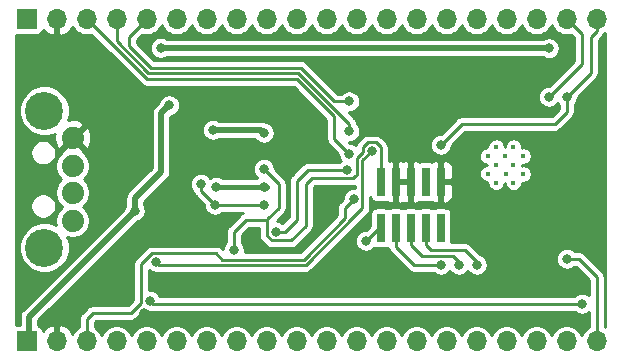
<source format=gbl>
G04 #@! TF.GenerationSoftware,KiCad,Pcbnew,5.1.8-db9833491~87~ubuntu18.04.1*
G04 #@! TF.CreationDate,2020-11-18T16:13:39-03:00*
G04 #@! TF.ProjectId,Franzininho WIFI,4672616e-7a69-46e6-996e-686f20574946,rev?*
G04 #@! TF.SameCoordinates,Original*
G04 #@! TF.FileFunction,Copper,L2,Bot*
G04 #@! TF.FilePolarity,Positive*
%FSLAX46Y46*%
G04 Gerber Fmt 4.6, Leading zero omitted, Abs format (unit mm)*
G04 Created by KiCad (PCBNEW 5.1.8-db9833491~87~ubuntu18.04.1) date 2020-11-18 16:13:39*
%MOMM*%
%LPD*%
G01*
G04 APERTURE LIST*
G04 #@! TA.AperFunction,ComponentPad*
%ADD10R,1.700000X1.700000*%
G04 #@! TD*
G04 #@! TA.AperFunction,ComponentPad*
%ADD11O,1.700000X1.700000*%
G04 #@! TD*
G04 #@! TA.AperFunction,ComponentPad*
%ADD12C,0.400000*%
G04 #@! TD*
G04 #@! TA.AperFunction,ComponentPad*
%ADD13C,1.879600*%
G04 #@! TD*
G04 #@! TA.AperFunction,ComponentPad*
%ADD14C,3.216000*%
G04 #@! TD*
G04 #@! TA.AperFunction,SMDPad,CuDef*
%ADD15R,0.740000X2.400000*%
G04 #@! TD*
G04 #@! TA.AperFunction,ViaPad*
%ADD16C,0.800000*%
G04 #@! TD*
G04 #@! TA.AperFunction,Conductor*
%ADD17C,0.508000*%
G04 #@! TD*
G04 #@! TA.AperFunction,Conductor*
%ADD18C,0.254000*%
G04 #@! TD*
G04 #@! TA.AperFunction,Conductor*
%ADD19C,0.250000*%
G04 #@! TD*
G04 #@! TA.AperFunction,Conductor*
%ADD20C,0.381000*%
G04 #@! TD*
G04 #@! TA.AperFunction,Conductor*
%ADD21C,0.100000*%
G04 #@! TD*
G04 APERTURE END LIST*
D10*
X124460000Y-118745000D03*
D11*
X127000000Y-118745000D03*
X129540000Y-118745000D03*
X132080000Y-118745000D03*
X134620000Y-118745000D03*
X137160000Y-118745000D03*
X139700000Y-118745000D03*
X142240000Y-118745000D03*
X144780000Y-118745000D03*
X147320000Y-118745000D03*
X149860000Y-118745000D03*
X152400000Y-118745000D03*
X154940000Y-118745000D03*
X157480000Y-118745000D03*
X160020000Y-118745000D03*
X162560000Y-118745000D03*
X165100000Y-118745000D03*
X167640000Y-118745000D03*
X170180000Y-118745000D03*
X172720000Y-118745000D03*
D12*
X164193200Y-103773200D03*
X165666400Y-103824000D03*
X165006000Y-104586000D03*
X164955200Y-103062000D03*
X164193200Y-102300000D03*
X163482000Y-103062000D03*
X163482000Y-104535200D03*
X164193200Y-105297200D03*
X165666400Y-105297200D03*
X166479200Y-104586000D03*
X166479200Y-103062000D03*
X165666400Y-102300000D03*
D13*
X128352350Y-101518600D03*
X128352350Y-103891600D03*
X128352350Y-106145600D03*
X128352350Y-108518600D03*
D14*
X125952350Y-110818600D03*
X125952350Y-99218600D03*
D10*
X124460000Y-91440000D03*
D11*
X127000000Y-91440000D03*
X129540000Y-91440000D03*
X132080000Y-91440000D03*
X134620000Y-91440000D03*
X137160000Y-91440000D03*
X139700000Y-91440000D03*
X142240000Y-91440000D03*
X144780000Y-91440000D03*
X147320000Y-91440000D03*
X149860000Y-91440000D03*
X152400000Y-91440000D03*
X154940000Y-91440000D03*
X157480000Y-91440000D03*
X160020000Y-91440000D03*
X162560000Y-91440000D03*
X165100000Y-91440000D03*
X167640000Y-91440000D03*
X170180000Y-91440000D03*
X172720000Y-91440000D03*
D15*
X154432000Y-105238000D03*
X154432000Y-109138000D03*
X155702000Y-105238000D03*
X155702000Y-109138000D03*
X156972000Y-105238000D03*
X156972000Y-109138000D03*
X158242000Y-105238000D03*
X158242000Y-109138000D03*
X159512000Y-105238000D03*
X159512000Y-109138000D03*
D16*
X143764000Y-109728000D03*
X148844000Y-113030000D03*
X136398000Y-107950000D03*
X151638000Y-111760000D03*
X171450000Y-116840000D03*
X134366000Y-116332000D03*
X140208000Y-100838000D03*
X144526000Y-101092000D03*
X168656000Y-93916500D03*
X135800000Y-93890000D03*
X144526000Y-104140000D03*
X141986000Y-110998000D03*
X133604000Y-107696000D03*
X136525000Y-98742500D03*
X152146000Y-106680000D03*
X151578000Y-104200000D03*
X145542000Y-109474000D03*
X134874000Y-115316000D03*
X171450000Y-115570000D03*
X170180000Y-98044000D03*
X135382000Y-112014000D03*
X159512000Y-102108000D03*
X153670000Y-102616000D03*
X168656000Y-98044000D03*
X151765000Y-98425000D03*
X151765000Y-100965000D03*
X151765000Y-102870000D03*
X159512000Y-112268000D03*
X161036000Y-112268000D03*
X162560000Y-112268000D03*
X153162000Y-110236000D03*
X170180000Y-111760000D03*
X139192000Y-105418600D03*
X144526000Y-107188000D03*
X140395715Y-107188000D03*
X144526000Y-105664000D03*
X140462000Y-105664000D03*
D17*
X140208000Y-100838000D02*
X144272000Y-100838000D01*
X144272000Y-100838000D02*
X144526000Y-101092000D01*
X168656000Y-93900000D02*
X136588500Y-93900000D01*
D18*
X143002000Y-108458000D02*
X141986000Y-109474000D01*
X144780000Y-108458000D02*
X143002000Y-108458000D01*
X144526000Y-104140000D02*
X145796000Y-105410000D01*
X145796000Y-105410000D02*
X145796000Y-107442000D01*
D17*
X136578500Y-93890000D02*
X136588500Y-93900000D01*
X135800000Y-93890000D02*
X136578500Y-93890000D01*
D18*
X141986000Y-109474000D02*
X141986000Y-110998000D01*
X144907000Y-108331000D02*
X144780000Y-108458000D01*
X145796000Y-107442000D02*
X144907000Y-108331000D01*
X153321039Y-101888999D02*
X154018961Y-101888999D01*
X152942999Y-102267039D02*
X153321039Y-101888999D01*
X152942999Y-102700935D02*
X152942999Y-102267039D01*
X152418991Y-103224942D02*
X152942999Y-102700935D01*
X152418991Y-104629009D02*
X152418991Y-103224942D01*
X154432000Y-102302038D02*
X154432000Y-105238000D01*
X144814999Y-108423001D02*
X144814999Y-109822961D01*
X154018961Y-101888999D02*
X154432000Y-102302038D01*
X144814999Y-109822961D02*
X145193039Y-110201001D01*
X144907000Y-108331000D02*
X144814999Y-108423001D01*
X145193039Y-110201001D02*
X146846999Y-110201001D01*
X148082000Y-108966000D02*
X148082000Y-105410000D01*
X146846999Y-110201001D02*
X148082000Y-108966000D01*
X148082000Y-105410000D02*
X148590000Y-104902000D01*
X148590000Y-104902000D02*
X150622000Y-104902000D01*
X152120999Y-104927001D02*
X152273000Y-104775000D01*
X150647001Y-104927001D02*
X152120999Y-104927001D01*
X150622000Y-104902000D02*
X150647001Y-104927001D01*
X152273000Y-104775000D02*
X152418991Y-104629009D01*
D17*
X133604000Y-107696000D02*
X133604000Y-106616500D01*
X133604000Y-106616500D02*
X135826500Y-104394000D01*
X135826500Y-104394000D02*
X135826500Y-99441000D01*
X135826500Y-99441000D02*
X136525000Y-98742500D01*
X133604000Y-107696000D02*
X124650500Y-116649500D01*
X124650500Y-118554500D02*
X124460000Y-118745000D01*
X124650500Y-116649500D02*
X124650500Y-118554500D01*
D18*
X129540000Y-116840000D02*
X129540000Y-118745000D01*
X134111119Y-115510919D02*
X133290038Y-116332000D01*
X135033039Y-111286999D02*
X134112000Y-112208038D01*
X134112000Y-112208038D02*
X134112000Y-115510919D01*
X151384000Y-107442000D02*
X151384000Y-108323934D01*
X130048000Y-116332000D02*
X129540000Y-116840000D01*
X151384000Y-108323934D02*
X147893944Y-111813990D01*
X133290038Y-116332000D02*
X130048000Y-116332000D01*
X147893944Y-111813990D02*
X141023990Y-111813990D01*
X134112000Y-115510919D02*
X134111119Y-115510919D01*
X141023990Y-111813990D02*
X140496999Y-111286999D01*
X152146000Y-106680000D02*
X151384000Y-107442000D01*
X140496999Y-111286999D02*
X135033039Y-111286999D01*
X151578000Y-104200000D02*
X148276000Y-104200000D01*
X148276000Y-104200000D02*
X147320000Y-105156000D01*
X147320000Y-105156000D02*
X147320000Y-108458000D01*
X147320000Y-108458000D02*
X146304000Y-109474000D01*
X146304000Y-109474000D02*
X145542000Y-109474000D01*
D19*
X171450000Y-115570000D02*
X135382000Y-115570000D01*
D18*
X135128000Y-115570000D02*
X134874000Y-115316000D01*
X135382000Y-115570000D02*
X135128000Y-115570000D01*
X170180000Y-99314000D02*
X170180000Y-98044000D01*
X169164000Y-100330000D02*
X170180000Y-99314000D01*
X172720000Y-91440000D02*
X172720000Y-92456000D01*
X172720000Y-92456000D02*
X172212000Y-92964000D01*
X172212000Y-96012000D02*
X170180000Y-98044000D01*
X172212000Y-92964000D02*
X172212000Y-96012000D01*
X161290000Y-100330000D02*
X169164000Y-100330000D01*
X159512000Y-102108000D02*
X161290000Y-100330000D01*
X135382000Y-112014000D02*
X135636000Y-112268000D01*
X135636000Y-112268000D02*
X148082000Y-112268000D01*
X152873001Y-107476999D02*
X152273000Y-108077000D01*
X152873001Y-103412999D02*
X152873001Y-107476999D01*
X148082000Y-112268000D02*
X152273000Y-108077000D01*
X152273000Y-108077000D02*
X152400000Y-107950000D01*
X153670000Y-102616000D02*
X152873001Y-103412999D01*
X171450000Y-92710000D02*
X170180000Y-91440000D01*
X168656000Y-98044000D02*
X171450000Y-95250000D01*
X171450000Y-95250000D02*
X171450000Y-92710000D01*
X150506304Y-98425000D02*
X151765000Y-98425000D01*
X134939294Y-95557990D02*
X147639295Y-95557990D01*
X147639295Y-95557990D02*
X150506304Y-98425000D01*
X133096000Y-93714696D02*
X134939294Y-95557990D01*
X133096000Y-92964000D02*
X133096000Y-93714696D01*
X134620000Y-91440000D02*
X133096000Y-92964000D01*
X151765000Y-100325762D02*
X147451238Y-96012000D01*
X151765000Y-100965000D02*
X151765000Y-100325762D01*
X134751238Y-96012000D02*
X132080000Y-93340762D01*
X147451238Y-96012000D02*
X134751238Y-96012000D01*
X132080000Y-93340762D02*
X132080000Y-91440000D01*
D19*
X132080000Y-93980000D02*
X134620000Y-96520000D01*
X134620000Y-96520000D02*
X147320000Y-96520000D01*
X147320000Y-96520000D02*
X150495000Y-99695000D01*
X150495000Y-99695000D02*
X150495000Y-101600000D01*
X150495000Y-101600000D02*
X151765000Y-102870000D01*
X132080000Y-93980000D02*
X129540000Y-91440000D01*
X155702000Y-109138000D02*
X155702000Y-110588000D01*
X159512000Y-112268000D02*
X157226000Y-112268000D01*
X155702000Y-110744000D02*
X155702000Y-110588000D01*
X157226000Y-112268000D02*
X155702000Y-110744000D01*
X156972000Y-110588000D02*
X157890000Y-111506000D01*
X156972000Y-109138000D02*
X156972000Y-110588000D01*
X157890000Y-111506000D02*
X160528000Y-111506000D01*
X160528000Y-111506000D02*
X161036000Y-112014000D01*
X161036000Y-112014000D02*
X161036000Y-112268000D01*
X158242000Y-110588000D02*
X158652000Y-110998000D01*
X158242000Y-109138000D02*
X158242000Y-110588000D01*
X158652000Y-110998000D02*
X161544000Y-110998000D01*
X161544000Y-110998000D02*
X162560000Y-112014000D01*
X162560000Y-112014000D02*
X162560000Y-112268000D01*
D18*
X154260000Y-109138000D02*
X153162000Y-110236000D01*
X154432000Y-109138000D02*
X154260000Y-109138000D01*
X172720000Y-118745000D02*
X172720000Y-113284000D01*
X170180000Y-111760000D02*
X171196000Y-111760000D01*
X171196000Y-111760000D02*
X172720000Y-113284000D01*
X139192000Y-105984285D02*
X140395715Y-107188000D01*
X139192000Y-105418600D02*
X139192000Y-105984285D01*
X140395715Y-107188000D02*
X144526000Y-107188000D01*
D20*
X128630918Y-105867032D02*
X128352350Y-106145600D01*
X144576968Y-105867032D02*
X144780000Y-105664000D01*
X144526000Y-105664000D02*
X140462000Y-105664000D01*
D18*
X127127000Y-91313000D02*
X127147000Y-91313000D01*
X127147000Y-91567000D01*
X127127000Y-91567000D01*
X127127000Y-92760155D01*
X127356890Y-92881476D01*
X127504099Y-92836825D01*
X127766920Y-92711641D01*
X128000269Y-92537588D01*
X128195178Y-92321355D01*
X128322397Y-92107782D01*
X128465443Y-92321866D01*
X128658134Y-92514557D01*
X128884714Y-92665953D01*
X129136477Y-92770237D01*
X129403747Y-92823400D01*
X129676253Y-92823400D01*
X129939850Y-92770968D01*
X131637306Y-94468425D01*
X131637317Y-94468434D01*
X134131580Y-96962699D01*
X134152189Y-96987811D01*
X134177301Y-97008420D01*
X134177306Y-97008425D01*
X134239267Y-97059275D01*
X134252443Y-97070088D01*
X134366822Y-97131225D01*
X134490931Y-97168873D01*
X134587662Y-97178400D01*
X134587671Y-97178400D01*
X134619999Y-97181584D01*
X134652327Y-97178400D01*
X147047283Y-97178400D01*
X149836600Y-99967718D01*
X149836601Y-101567660D01*
X149833416Y-101600000D01*
X149846127Y-101729068D01*
X149883775Y-101853177D01*
X149944912Y-101967556D01*
X149986688Y-102018459D01*
X150027190Y-102067811D01*
X150052308Y-102088425D01*
X150831600Y-102867718D01*
X150831600Y-102961932D01*
X150867470Y-103142263D01*
X150937832Y-103312131D01*
X151026998Y-103445577D01*
X150982992Y-103474981D01*
X150918373Y-103539600D01*
X148308438Y-103539600D01*
X148275999Y-103536405D01*
X148188816Y-103544992D01*
X148146539Y-103549156D01*
X148022053Y-103586918D01*
X147907326Y-103648241D01*
X147806767Y-103730767D01*
X147786086Y-103755967D01*
X146875972Y-104666082D01*
X146850767Y-104686767D01*
X146768241Y-104787327D01*
X146730337Y-104858241D01*
X146706918Y-104902054D01*
X146669156Y-105026540D01*
X146656405Y-105156000D01*
X146659600Y-105188439D01*
X146659601Y-108184452D01*
X146111870Y-108732184D01*
X145984131Y-108646832D01*
X145814263Y-108576470D01*
X145633932Y-108540600D01*
X145631346Y-108540600D01*
X146240033Y-107931914D01*
X146265233Y-107911233D01*
X146347759Y-107810674D01*
X146409082Y-107695947D01*
X146446844Y-107571461D01*
X146456400Y-107474439D01*
X146459595Y-107442000D01*
X146456400Y-107409561D01*
X146456400Y-105442438D01*
X146459595Y-105409999D01*
X146446844Y-105280539D01*
X146446636Y-105279853D01*
X146409082Y-105156053D01*
X146347759Y-105041326D01*
X146265233Y-104940767D01*
X146240029Y-104920083D01*
X145459400Y-104139454D01*
X145459400Y-104048068D01*
X145423530Y-103867737D01*
X145353168Y-103697869D01*
X145251019Y-103544992D01*
X145121008Y-103414981D01*
X144968131Y-103312832D01*
X144798263Y-103242470D01*
X144617932Y-103206600D01*
X144434068Y-103206600D01*
X144253737Y-103242470D01*
X144083869Y-103312832D01*
X143930992Y-103414981D01*
X143800981Y-103544992D01*
X143698832Y-103697869D01*
X143628470Y-103867737D01*
X143592600Y-104048068D01*
X143592600Y-104231932D01*
X143628470Y-104412263D01*
X143698832Y-104582131D01*
X143800981Y-104735008D01*
X143930992Y-104865019D01*
X143986338Y-104902000D01*
X143930992Y-104938981D01*
X143929873Y-104940100D01*
X141058127Y-104940100D01*
X141057008Y-104938981D01*
X140904131Y-104836832D01*
X140734263Y-104766470D01*
X140553932Y-104730600D01*
X140370068Y-104730600D01*
X140189737Y-104766470D01*
X140019869Y-104836832D01*
X139954881Y-104880256D01*
X139917019Y-104823592D01*
X139787008Y-104693581D01*
X139634131Y-104591432D01*
X139464263Y-104521070D01*
X139283932Y-104485200D01*
X139100068Y-104485200D01*
X138919737Y-104521070D01*
X138749869Y-104591432D01*
X138596992Y-104693581D01*
X138466981Y-104823592D01*
X138364832Y-104976469D01*
X138294470Y-105146337D01*
X138258600Y-105326668D01*
X138258600Y-105510532D01*
X138294470Y-105690863D01*
X138364832Y-105860731D01*
X138466981Y-106013608D01*
X138538319Y-106084946D01*
X138541156Y-106113746D01*
X138578918Y-106238232D01*
X138640241Y-106352959D01*
X138722768Y-106453518D01*
X138747967Y-106474199D01*
X139462315Y-107188547D01*
X139462315Y-107279932D01*
X139498185Y-107460263D01*
X139568547Y-107630131D01*
X139670696Y-107783008D01*
X139800707Y-107913019D01*
X139953584Y-108015168D01*
X140123452Y-108085530D01*
X140303783Y-108121400D01*
X140487647Y-108121400D01*
X140667978Y-108085530D01*
X140837846Y-108015168D01*
X140990723Y-107913019D01*
X141055342Y-107848400D01*
X142741539Y-107848400D01*
X142633326Y-107906241D01*
X142532767Y-107988767D01*
X142512088Y-108013965D01*
X141541972Y-108984082D01*
X141516767Y-109004767D01*
X141434241Y-109105327D01*
X141398541Y-109172117D01*
X141372918Y-109220054D01*
X141335156Y-109344540D01*
X141322405Y-109474000D01*
X141325600Y-109506439D01*
X141325601Y-110338372D01*
X141260981Y-110402992D01*
X141158832Y-110555869D01*
X141088470Y-110725737D01*
X141052600Y-110906068D01*
X141052600Y-110908654D01*
X140986917Y-110842971D01*
X140966232Y-110817766D01*
X140865673Y-110735240D01*
X140750946Y-110673917D01*
X140626460Y-110636155D01*
X140529438Y-110626599D01*
X140496999Y-110623404D01*
X140464560Y-110626599D01*
X135065478Y-110626599D01*
X135033039Y-110623404D01*
X135000600Y-110626599D01*
X134903578Y-110636155D01*
X134779092Y-110673917D01*
X134664365Y-110735240D01*
X134563806Y-110817766D01*
X134543125Y-110842966D01*
X133667972Y-111718120D01*
X133642767Y-111738805D01*
X133560241Y-111839365D01*
X133501804Y-111948692D01*
X133498918Y-111954092D01*
X133461156Y-112078578D01*
X133448405Y-112208038D01*
X133451600Y-112240477D01*
X133451601Y-115236490D01*
X133016492Y-115671600D01*
X130080438Y-115671600D01*
X130047999Y-115668405D01*
X129918539Y-115681156D01*
X129794053Y-115718918D01*
X129679326Y-115780241D01*
X129578767Y-115862767D01*
X129558082Y-115887972D01*
X129095972Y-116350082D01*
X129070767Y-116370767D01*
X128988241Y-116471327D01*
X128975511Y-116495144D01*
X128926918Y-116586054D01*
X128889156Y-116710540D01*
X128876405Y-116840000D01*
X128879600Y-116872439D01*
X128879600Y-117522464D01*
X128658134Y-117670443D01*
X128465443Y-117863134D01*
X128322397Y-118077218D01*
X128195178Y-117863645D01*
X128000269Y-117647412D01*
X127766920Y-117473359D01*
X127504099Y-117348175D01*
X127356890Y-117303524D01*
X127127000Y-117424845D01*
X127127000Y-118618000D01*
X127147000Y-118618000D01*
X127147000Y-118872000D01*
X127127000Y-118872000D01*
X127127000Y-118892000D01*
X126873000Y-118892000D01*
X126873000Y-118872000D01*
X126853000Y-118872000D01*
X126853000Y-118618000D01*
X126873000Y-118618000D01*
X126873000Y-117424845D01*
X126643110Y-117303524D01*
X126495901Y-117348175D01*
X126233080Y-117473359D01*
X125999731Y-117647412D01*
X125839142Y-117825571D01*
X125835681Y-117790435D01*
X125805181Y-117689889D01*
X125755651Y-117597225D01*
X125688995Y-117516005D01*
X125607775Y-117449349D01*
X125515111Y-117399819D01*
X125437900Y-117376398D01*
X125437900Y-116975650D01*
X133806057Y-108607495D01*
X133876263Y-108593530D01*
X134046131Y-108523168D01*
X134199008Y-108421019D01*
X134329019Y-108291008D01*
X134431168Y-108138131D01*
X134501530Y-107968263D01*
X134537400Y-107787932D01*
X134537400Y-107604068D01*
X134501530Y-107423737D01*
X134431168Y-107253869D01*
X134391400Y-107194352D01*
X134391400Y-106942650D01*
X136355934Y-104978118D01*
X136385969Y-104953469D01*
X136410619Y-104923433D01*
X136410622Y-104923430D01*
X136484366Y-104833572D01*
X136557482Y-104696783D01*
X136602506Y-104548357D01*
X136604391Y-104529216D01*
X136613900Y-104432673D01*
X136613900Y-104432665D01*
X136617708Y-104394000D01*
X136613900Y-104355335D01*
X136613900Y-100746068D01*
X139274600Y-100746068D01*
X139274600Y-100929932D01*
X139310470Y-101110263D01*
X139380832Y-101280131D01*
X139482981Y-101433008D01*
X139612992Y-101563019D01*
X139765869Y-101665168D01*
X139935737Y-101735530D01*
X140116068Y-101771400D01*
X140299932Y-101771400D01*
X140480263Y-101735530D01*
X140650131Y-101665168D01*
X140709648Y-101625400D01*
X143759816Y-101625400D01*
X143800981Y-101687008D01*
X143930992Y-101817019D01*
X144083869Y-101919168D01*
X144253737Y-101989530D01*
X144434068Y-102025400D01*
X144617932Y-102025400D01*
X144798263Y-101989530D01*
X144968131Y-101919168D01*
X145121008Y-101817019D01*
X145251019Y-101687008D01*
X145353168Y-101534131D01*
X145423530Y-101364263D01*
X145459400Y-101183932D01*
X145459400Y-101000068D01*
X145423530Y-100819737D01*
X145353168Y-100649869D01*
X145251019Y-100496992D01*
X145121008Y-100366981D01*
X144968131Y-100264832D01*
X144798263Y-100194470D01*
X144702907Y-100175503D01*
X144574783Y-100107018D01*
X144426357Y-100061994D01*
X144310673Y-100050600D01*
X144310663Y-100050600D01*
X144272000Y-100046792D01*
X144233337Y-100050600D01*
X140709648Y-100050600D01*
X140650131Y-100010832D01*
X140480263Y-99940470D01*
X140299932Y-99904600D01*
X140116068Y-99904600D01*
X139935737Y-99940470D01*
X139765869Y-100010832D01*
X139612992Y-100112981D01*
X139482981Y-100242992D01*
X139380832Y-100395869D01*
X139310470Y-100565737D01*
X139274600Y-100746068D01*
X136613900Y-100746068D01*
X136613900Y-99767151D01*
X136727056Y-99653995D01*
X136797263Y-99640030D01*
X136967131Y-99569668D01*
X137120008Y-99467519D01*
X137250019Y-99337508D01*
X137352168Y-99184631D01*
X137422530Y-99014763D01*
X137458400Y-98834432D01*
X137458400Y-98650568D01*
X137422530Y-98470237D01*
X137352168Y-98300369D01*
X137250019Y-98147492D01*
X137120008Y-98017481D01*
X136967131Y-97915332D01*
X136797263Y-97844970D01*
X136616932Y-97809100D01*
X136433068Y-97809100D01*
X136252737Y-97844970D01*
X136082869Y-97915332D01*
X135929992Y-98017481D01*
X135799981Y-98147492D01*
X135697832Y-98300369D01*
X135627470Y-98470237D01*
X135613505Y-98540444D01*
X135297072Y-98856877D01*
X135267032Y-98881531D01*
X135242379Y-98911571D01*
X135168635Y-99001428D01*
X135095518Y-99138218D01*
X135050495Y-99286643D01*
X135035292Y-99441000D01*
X135039101Y-99479673D01*
X135039100Y-104067848D01*
X133074573Y-106032377D01*
X133044532Y-106057031D01*
X132973471Y-106143619D01*
X132946135Y-106176928D01*
X132873018Y-106313718D01*
X132827995Y-106462143D01*
X132812792Y-106616500D01*
X132816601Y-106655172D01*
X132816600Y-107194351D01*
X132776832Y-107253869D01*
X132706470Y-107423737D01*
X132692505Y-107493943D01*
X124121078Y-116065372D01*
X124091031Y-116090031D01*
X123992634Y-116209929D01*
X123919518Y-116346718D01*
X123874494Y-116495144D01*
X123863100Y-116610828D01*
X123863100Y-116610837D01*
X123859292Y-116649500D01*
X123863100Y-116688163D01*
X123863100Y-117359020D01*
X123610000Y-117359020D01*
X123575750Y-117362393D01*
X123575750Y-110607691D01*
X123810950Y-110607691D01*
X123810950Y-111029509D01*
X123893243Y-111443223D01*
X124054666Y-111832933D01*
X124289016Y-112183663D01*
X124587287Y-112481934D01*
X124938017Y-112716284D01*
X125327727Y-112877707D01*
X125741441Y-112960000D01*
X126163259Y-112960000D01*
X126576973Y-112877707D01*
X126966683Y-112716284D01*
X127317413Y-112481934D01*
X127615684Y-112183663D01*
X127850034Y-111832933D01*
X128011457Y-111443223D01*
X128093750Y-111029509D01*
X128093750Y-110607691D01*
X128011457Y-110193977D01*
X127900458Y-109926001D01*
X127922633Y-109935186D01*
X128207252Y-109991800D01*
X128497448Y-109991800D01*
X128782067Y-109935186D01*
X129050172Y-109824133D01*
X129291460Y-109662909D01*
X129496659Y-109457710D01*
X129657883Y-109216422D01*
X129768936Y-108948317D01*
X129825550Y-108663698D01*
X129825550Y-108373502D01*
X129768936Y-108088883D01*
X129657883Y-107820778D01*
X129496659Y-107579490D01*
X129291460Y-107374291D01*
X129228317Y-107332100D01*
X129291460Y-107289909D01*
X129496659Y-107084710D01*
X129657883Y-106843422D01*
X129768936Y-106575317D01*
X129825550Y-106290698D01*
X129825550Y-106000502D01*
X129768936Y-105715883D01*
X129657883Y-105447778D01*
X129496659Y-105206490D01*
X129308769Y-105018600D01*
X129496659Y-104830710D01*
X129657883Y-104589422D01*
X129768936Y-104321317D01*
X129825550Y-104036698D01*
X129825550Y-103746502D01*
X129768936Y-103461883D01*
X129657883Y-103193778D01*
X129496659Y-102952490D01*
X129291460Y-102747291D01*
X129232129Y-102707647D01*
X129265221Y-102611076D01*
X128352350Y-101698205D01*
X127439479Y-102611076D01*
X127472571Y-102707647D01*
X127413240Y-102747291D01*
X127208041Y-102952490D01*
X127046817Y-103193778D01*
X126935764Y-103461883D01*
X126879150Y-103746502D01*
X126879150Y-104036698D01*
X126935764Y-104321317D01*
X127046817Y-104589422D01*
X127208041Y-104830710D01*
X127395931Y-105018600D01*
X127208041Y-105206490D01*
X127046817Y-105447778D01*
X126935764Y-105715883D01*
X126879150Y-106000502D01*
X126879150Y-106290698D01*
X126935764Y-106575317D01*
X127046817Y-106843422D01*
X127208041Y-107084710D01*
X127413240Y-107289909D01*
X127476383Y-107332100D01*
X127413240Y-107374291D01*
X127208041Y-107579490D01*
X127046817Y-107820778D01*
X126935764Y-108088883D01*
X126879150Y-108373502D01*
X126879150Y-108663698D01*
X126927048Y-108904499D01*
X126576973Y-108759493D01*
X126163259Y-108677200D01*
X125741441Y-108677200D01*
X125327727Y-108759493D01*
X124938017Y-108920916D01*
X124587287Y-109155266D01*
X124289016Y-109453537D01*
X124054666Y-109804267D01*
X123893243Y-110193977D01*
X123810950Y-110607691D01*
X123575750Y-110607691D01*
X123575750Y-107161894D01*
X124768950Y-107161894D01*
X124768950Y-107375306D01*
X124810585Y-107584616D01*
X124892253Y-107781782D01*
X125010818Y-107959227D01*
X125161723Y-108110132D01*
X125339168Y-108228697D01*
X125536334Y-108310365D01*
X125745644Y-108352000D01*
X125959056Y-108352000D01*
X126168366Y-108310365D01*
X126365532Y-108228697D01*
X126542977Y-108110132D01*
X126693882Y-107959227D01*
X126812447Y-107781782D01*
X126894115Y-107584616D01*
X126935750Y-107375306D01*
X126935750Y-107161894D01*
X126894115Y-106952584D01*
X126812447Y-106755418D01*
X126693882Y-106577973D01*
X126542977Y-106427068D01*
X126365532Y-106308503D01*
X126168366Y-106226835D01*
X125959056Y-106185200D01*
X125745644Y-106185200D01*
X125536334Y-106226835D01*
X125339168Y-106308503D01*
X125161723Y-106427068D01*
X125010818Y-106577973D01*
X124892253Y-106755418D01*
X124810585Y-106952584D01*
X124768950Y-107161894D01*
X123575750Y-107161894D01*
X123575750Y-102661894D01*
X124768950Y-102661894D01*
X124768950Y-102875306D01*
X124810585Y-103084616D01*
X124892253Y-103281782D01*
X125010818Y-103459227D01*
X125161723Y-103610132D01*
X125339168Y-103728697D01*
X125536334Y-103810365D01*
X125745644Y-103852000D01*
X125959056Y-103852000D01*
X126168366Y-103810365D01*
X126365532Y-103728697D01*
X126542977Y-103610132D01*
X126693882Y-103459227D01*
X126812447Y-103281782D01*
X126894115Y-103084616D01*
X126935750Y-102875306D01*
X126935750Y-102661894D01*
X126894115Y-102452584D01*
X126812447Y-102255418D01*
X126693882Y-102077973D01*
X126542977Y-101927068D01*
X126365532Y-101808503D01*
X126168366Y-101726835D01*
X125959056Y-101685200D01*
X125745644Y-101685200D01*
X125536334Y-101726835D01*
X125339168Y-101808503D01*
X125161723Y-101927068D01*
X125010818Y-102077973D01*
X124892253Y-102255418D01*
X124810585Y-102452584D01*
X124768950Y-102661894D01*
X123575750Y-102661894D01*
X123575750Y-99007691D01*
X123810950Y-99007691D01*
X123810950Y-99429509D01*
X123893243Y-99843223D01*
X124054666Y-100232933D01*
X124289016Y-100583663D01*
X124587287Y-100881934D01*
X124938017Y-101116284D01*
X125327727Y-101277707D01*
X125741441Y-101360000D01*
X126163259Y-101360000D01*
X126576973Y-101277707D01*
X126813336Y-101179802D01*
X126788969Y-101273875D01*
X126771266Y-101583577D01*
X126814323Y-101890784D01*
X126916485Y-102183686D01*
X127001627Y-102342977D01*
X127259874Y-102431471D01*
X128172745Y-101518600D01*
X128531955Y-101518600D01*
X129444826Y-102431471D01*
X129703073Y-102342977D01*
X129837947Y-102063624D01*
X129915731Y-101763325D01*
X129933434Y-101453623D01*
X129890377Y-101146416D01*
X129788215Y-100853514D01*
X129703073Y-100694223D01*
X129444826Y-100605729D01*
X128531955Y-101518600D01*
X128172745Y-101518600D01*
X128158603Y-101504458D01*
X128338208Y-101324853D01*
X128352350Y-101338995D01*
X129265221Y-100426124D01*
X129176727Y-100167877D01*
X128897374Y-100033003D01*
X128597075Y-99955219D01*
X128287373Y-99937516D01*
X127980166Y-99980573D01*
X127950242Y-99991010D01*
X128011457Y-99843223D01*
X128093750Y-99429509D01*
X128093750Y-99007691D01*
X128011457Y-98593977D01*
X127850034Y-98204267D01*
X127615684Y-97853537D01*
X127317413Y-97555266D01*
X126966683Y-97320916D01*
X126576973Y-97159493D01*
X126163259Y-97077200D01*
X125741441Y-97077200D01*
X125327727Y-97159493D01*
X124938017Y-97320916D01*
X124587287Y-97555266D01*
X124289016Y-97853537D01*
X124054666Y-98204267D01*
X123893243Y-98593977D01*
X123810950Y-99007691D01*
X123575750Y-99007691D01*
X123575750Y-92822607D01*
X123610000Y-92825980D01*
X125310000Y-92825980D01*
X125414565Y-92815681D01*
X125515111Y-92785181D01*
X125607775Y-92735651D01*
X125688995Y-92668995D01*
X125755651Y-92587775D01*
X125805181Y-92495111D01*
X125835681Y-92394565D01*
X125839142Y-92359429D01*
X125999731Y-92537588D01*
X126233080Y-92711641D01*
X126495901Y-92836825D01*
X126643110Y-92881476D01*
X126873000Y-92760155D01*
X126873000Y-91567000D01*
X126853000Y-91567000D01*
X126853000Y-91313000D01*
X126873000Y-91313000D01*
X126873000Y-91293000D01*
X127127000Y-91293000D01*
X127127000Y-91313000D01*
G04 #@! TA.AperFunction,Conductor*
D21*
G36*
X127127000Y-91313000D02*
G01*
X127147000Y-91313000D01*
X127147000Y-91567000D01*
X127127000Y-91567000D01*
X127127000Y-92760155D01*
X127356890Y-92881476D01*
X127504099Y-92836825D01*
X127766920Y-92711641D01*
X128000269Y-92537588D01*
X128195178Y-92321355D01*
X128322397Y-92107782D01*
X128465443Y-92321866D01*
X128658134Y-92514557D01*
X128884714Y-92665953D01*
X129136477Y-92770237D01*
X129403747Y-92823400D01*
X129676253Y-92823400D01*
X129939850Y-92770968D01*
X131637306Y-94468425D01*
X131637317Y-94468434D01*
X134131580Y-96962699D01*
X134152189Y-96987811D01*
X134177301Y-97008420D01*
X134177306Y-97008425D01*
X134239267Y-97059275D01*
X134252443Y-97070088D01*
X134366822Y-97131225D01*
X134490931Y-97168873D01*
X134587662Y-97178400D01*
X134587671Y-97178400D01*
X134619999Y-97181584D01*
X134652327Y-97178400D01*
X147047283Y-97178400D01*
X149836600Y-99967718D01*
X149836601Y-101567660D01*
X149833416Y-101600000D01*
X149846127Y-101729068D01*
X149883775Y-101853177D01*
X149944912Y-101967556D01*
X149986688Y-102018459D01*
X150027190Y-102067811D01*
X150052308Y-102088425D01*
X150831600Y-102867718D01*
X150831600Y-102961932D01*
X150867470Y-103142263D01*
X150937832Y-103312131D01*
X151026998Y-103445577D01*
X150982992Y-103474981D01*
X150918373Y-103539600D01*
X148308438Y-103539600D01*
X148275999Y-103536405D01*
X148188816Y-103544992D01*
X148146539Y-103549156D01*
X148022053Y-103586918D01*
X147907326Y-103648241D01*
X147806767Y-103730767D01*
X147786086Y-103755967D01*
X146875972Y-104666082D01*
X146850767Y-104686767D01*
X146768241Y-104787327D01*
X146730337Y-104858241D01*
X146706918Y-104902054D01*
X146669156Y-105026540D01*
X146656405Y-105156000D01*
X146659600Y-105188439D01*
X146659601Y-108184452D01*
X146111870Y-108732184D01*
X145984131Y-108646832D01*
X145814263Y-108576470D01*
X145633932Y-108540600D01*
X145631346Y-108540600D01*
X146240033Y-107931914D01*
X146265233Y-107911233D01*
X146347759Y-107810674D01*
X146409082Y-107695947D01*
X146446844Y-107571461D01*
X146456400Y-107474439D01*
X146459595Y-107442000D01*
X146456400Y-107409561D01*
X146456400Y-105442438D01*
X146459595Y-105409999D01*
X146446844Y-105280539D01*
X146446636Y-105279853D01*
X146409082Y-105156053D01*
X146347759Y-105041326D01*
X146265233Y-104940767D01*
X146240029Y-104920083D01*
X145459400Y-104139454D01*
X145459400Y-104048068D01*
X145423530Y-103867737D01*
X145353168Y-103697869D01*
X145251019Y-103544992D01*
X145121008Y-103414981D01*
X144968131Y-103312832D01*
X144798263Y-103242470D01*
X144617932Y-103206600D01*
X144434068Y-103206600D01*
X144253737Y-103242470D01*
X144083869Y-103312832D01*
X143930992Y-103414981D01*
X143800981Y-103544992D01*
X143698832Y-103697869D01*
X143628470Y-103867737D01*
X143592600Y-104048068D01*
X143592600Y-104231932D01*
X143628470Y-104412263D01*
X143698832Y-104582131D01*
X143800981Y-104735008D01*
X143930992Y-104865019D01*
X143986338Y-104902000D01*
X143930992Y-104938981D01*
X143929873Y-104940100D01*
X141058127Y-104940100D01*
X141057008Y-104938981D01*
X140904131Y-104836832D01*
X140734263Y-104766470D01*
X140553932Y-104730600D01*
X140370068Y-104730600D01*
X140189737Y-104766470D01*
X140019869Y-104836832D01*
X139954881Y-104880256D01*
X139917019Y-104823592D01*
X139787008Y-104693581D01*
X139634131Y-104591432D01*
X139464263Y-104521070D01*
X139283932Y-104485200D01*
X139100068Y-104485200D01*
X138919737Y-104521070D01*
X138749869Y-104591432D01*
X138596992Y-104693581D01*
X138466981Y-104823592D01*
X138364832Y-104976469D01*
X138294470Y-105146337D01*
X138258600Y-105326668D01*
X138258600Y-105510532D01*
X138294470Y-105690863D01*
X138364832Y-105860731D01*
X138466981Y-106013608D01*
X138538319Y-106084946D01*
X138541156Y-106113746D01*
X138578918Y-106238232D01*
X138640241Y-106352959D01*
X138722768Y-106453518D01*
X138747967Y-106474199D01*
X139462315Y-107188547D01*
X139462315Y-107279932D01*
X139498185Y-107460263D01*
X139568547Y-107630131D01*
X139670696Y-107783008D01*
X139800707Y-107913019D01*
X139953584Y-108015168D01*
X140123452Y-108085530D01*
X140303783Y-108121400D01*
X140487647Y-108121400D01*
X140667978Y-108085530D01*
X140837846Y-108015168D01*
X140990723Y-107913019D01*
X141055342Y-107848400D01*
X142741539Y-107848400D01*
X142633326Y-107906241D01*
X142532767Y-107988767D01*
X142512088Y-108013965D01*
X141541972Y-108984082D01*
X141516767Y-109004767D01*
X141434241Y-109105327D01*
X141398541Y-109172117D01*
X141372918Y-109220054D01*
X141335156Y-109344540D01*
X141322405Y-109474000D01*
X141325600Y-109506439D01*
X141325601Y-110338372D01*
X141260981Y-110402992D01*
X141158832Y-110555869D01*
X141088470Y-110725737D01*
X141052600Y-110906068D01*
X141052600Y-110908654D01*
X140986917Y-110842971D01*
X140966232Y-110817766D01*
X140865673Y-110735240D01*
X140750946Y-110673917D01*
X140626460Y-110636155D01*
X140529438Y-110626599D01*
X140496999Y-110623404D01*
X140464560Y-110626599D01*
X135065478Y-110626599D01*
X135033039Y-110623404D01*
X135000600Y-110626599D01*
X134903578Y-110636155D01*
X134779092Y-110673917D01*
X134664365Y-110735240D01*
X134563806Y-110817766D01*
X134543125Y-110842966D01*
X133667972Y-111718120D01*
X133642767Y-111738805D01*
X133560241Y-111839365D01*
X133501804Y-111948692D01*
X133498918Y-111954092D01*
X133461156Y-112078578D01*
X133448405Y-112208038D01*
X133451600Y-112240477D01*
X133451601Y-115236490D01*
X133016492Y-115671600D01*
X130080438Y-115671600D01*
X130047999Y-115668405D01*
X129918539Y-115681156D01*
X129794053Y-115718918D01*
X129679326Y-115780241D01*
X129578767Y-115862767D01*
X129558082Y-115887972D01*
X129095972Y-116350082D01*
X129070767Y-116370767D01*
X128988241Y-116471327D01*
X128975511Y-116495144D01*
X128926918Y-116586054D01*
X128889156Y-116710540D01*
X128876405Y-116840000D01*
X128879600Y-116872439D01*
X128879600Y-117522464D01*
X128658134Y-117670443D01*
X128465443Y-117863134D01*
X128322397Y-118077218D01*
X128195178Y-117863645D01*
X128000269Y-117647412D01*
X127766920Y-117473359D01*
X127504099Y-117348175D01*
X127356890Y-117303524D01*
X127127000Y-117424845D01*
X127127000Y-118618000D01*
X127147000Y-118618000D01*
X127147000Y-118872000D01*
X127127000Y-118872000D01*
X127127000Y-118892000D01*
X126873000Y-118892000D01*
X126873000Y-118872000D01*
X126853000Y-118872000D01*
X126853000Y-118618000D01*
X126873000Y-118618000D01*
X126873000Y-117424845D01*
X126643110Y-117303524D01*
X126495901Y-117348175D01*
X126233080Y-117473359D01*
X125999731Y-117647412D01*
X125839142Y-117825571D01*
X125835681Y-117790435D01*
X125805181Y-117689889D01*
X125755651Y-117597225D01*
X125688995Y-117516005D01*
X125607775Y-117449349D01*
X125515111Y-117399819D01*
X125437900Y-117376398D01*
X125437900Y-116975650D01*
X133806057Y-108607495D01*
X133876263Y-108593530D01*
X134046131Y-108523168D01*
X134199008Y-108421019D01*
X134329019Y-108291008D01*
X134431168Y-108138131D01*
X134501530Y-107968263D01*
X134537400Y-107787932D01*
X134537400Y-107604068D01*
X134501530Y-107423737D01*
X134431168Y-107253869D01*
X134391400Y-107194352D01*
X134391400Y-106942650D01*
X136355934Y-104978118D01*
X136385969Y-104953469D01*
X136410619Y-104923433D01*
X136410622Y-104923430D01*
X136484366Y-104833572D01*
X136557482Y-104696783D01*
X136602506Y-104548357D01*
X136604391Y-104529216D01*
X136613900Y-104432673D01*
X136613900Y-104432665D01*
X136617708Y-104394000D01*
X136613900Y-104355335D01*
X136613900Y-100746068D01*
X139274600Y-100746068D01*
X139274600Y-100929932D01*
X139310470Y-101110263D01*
X139380832Y-101280131D01*
X139482981Y-101433008D01*
X139612992Y-101563019D01*
X139765869Y-101665168D01*
X139935737Y-101735530D01*
X140116068Y-101771400D01*
X140299932Y-101771400D01*
X140480263Y-101735530D01*
X140650131Y-101665168D01*
X140709648Y-101625400D01*
X143759816Y-101625400D01*
X143800981Y-101687008D01*
X143930992Y-101817019D01*
X144083869Y-101919168D01*
X144253737Y-101989530D01*
X144434068Y-102025400D01*
X144617932Y-102025400D01*
X144798263Y-101989530D01*
X144968131Y-101919168D01*
X145121008Y-101817019D01*
X145251019Y-101687008D01*
X145353168Y-101534131D01*
X145423530Y-101364263D01*
X145459400Y-101183932D01*
X145459400Y-101000068D01*
X145423530Y-100819737D01*
X145353168Y-100649869D01*
X145251019Y-100496992D01*
X145121008Y-100366981D01*
X144968131Y-100264832D01*
X144798263Y-100194470D01*
X144702907Y-100175503D01*
X144574783Y-100107018D01*
X144426357Y-100061994D01*
X144310673Y-100050600D01*
X144310663Y-100050600D01*
X144272000Y-100046792D01*
X144233337Y-100050600D01*
X140709648Y-100050600D01*
X140650131Y-100010832D01*
X140480263Y-99940470D01*
X140299932Y-99904600D01*
X140116068Y-99904600D01*
X139935737Y-99940470D01*
X139765869Y-100010832D01*
X139612992Y-100112981D01*
X139482981Y-100242992D01*
X139380832Y-100395869D01*
X139310470Y-100565737D01*
X139274600Y-100746068D01*
X136613900Y-100746068D01*
X136613900Y-99767151D01*
X136727056Y-99653995D01*
X136797263Y-99640030D01*
X136967131Y-99569668D01*
X137120008Y-99467519D01*
X137250019Y-99337508D01*
X137352168Y-99184631D01*
X137422530Y-99014763D01*
X137458400Y-98834432D01*
X137458400Y-98650568D01*
X137422530Y-98470237D01*
X137352168Y-98300369D01*
X137250019Y-98147492D01*
X137120008Y-98017481D01*
X136967131Y-97915332D01*
X136797263Y-97844970D01*
X136616932Y-97809100D01*
X136433068Y-97809100D01*
X136252737Y-97844970D01*
X136082869Y-97915332D01*
X135929992Y-98017481D01*
X135799981Y-98147492D01*
X135697832Y-98300369D01*
X135627470Y-98470237D01*
X135613505Y-98540444D01*
X135297072Y-98856877D01*
X135267032Y-98881531D01*
X135242379Y-98911571D01*
X135168635Y-99001428D01*
X135095518Y-99138218D01*
X135050495Y-99286643D01*
X135035292Y-99441000D01*
X135039101Y-99479673D01*
X135039100Y-104067848D01*
X133074573Y-106032377D01*
X133044532Y-106057031D01*
X132973471Y-106143619D01*
X132946135Y-106176928D01*
X132873018Y-106313718D01*
X132827995Y-106462143D01*
X132812792Y-106616500D01*
X132816601Y-106655172D01*
X132816600Y-107194351D01*
X132776832Y-107253869D01*
X132706470Y-107423737D01*
X132692505Y-107493943D01*
X124121078Y-116065372D01*
X124091031Y-116090031D01*
X123992634Y-116209929D01*
X123919518Y-116346718D01*
X123874494Y-116495144D01*
X123863100Y-116610828D01*
X123863100Y-116610837D01*
X123859292Y-116649500D01*
X123863100Y-116688163D01*
X123863100Y-117359020D01*
X123610000Y-117359020D01*
X123575750Y-117362393D01*
X123575750Y-110607691D01*
X123810950Y-110607691D01*
X123810950Y-111029509D01*
X123893243Y-111443223D01*
X124054666Y-111832933D01*
X124289016Y-112183663D01*
X124587287Y-112481934D01*
X124938017Y-112716284D01*
X125327727Y-112877707D01*
X125741441Y-112960000D01*
X126163259Y-112960000D01*
X126576973Y-112877707D01*
X126966683Y-112716284D01*
X127317413Y-112481934D01*
X127615684Y-112183663D01*
X127850034Y-111832933D01*
X128011457Y-111443223D01*
X128093750Y-111029509D01*
X128093750Y-110607691D01*
X128011457Y-110193977D01*
X127900458Y-109926001D01*
X127922633Y-109935186D01*
X128207252Y-109991800D01*
X128497448Y-109991800D01*
X128782067Y-109935186D01*
X129050172Y-109824133D01*
X129291460Y-109662909D01*
X129496659Y-109457710D01*
X129657883Y-109216422D01*
X129768936Y-108948317D01*
X129825550Y-108663698D01*
X129825550Y-108373502D01*
X129768936Y-108088883D01*
X129657883Y-107820778D01*
X129496659Y-107579490D01*
X129291460Y-107374291D01*
X129228317Y-107332100D01*
X129291460Y-107289909D01*
X129496659Y-107084710D01*
X129657883Y-106843422D01*
X129768936Y-106575317D01*
X129825550Y-106290698D01*
X129825550Y-106000502D01*
X129768936Y-105715883D01*
X129657883Y-105447778D01*
X129496659Y-105206490D01*
X129308769Y-105018600D01*
X129496659Y-104830710D01*
X129657883Y-104589422D01*
X129768936Y-104321317D01*
X129825550Y-104036698D01*
X129825550Y-103746502D01*
X129768936Y-103461883D01*
X129657883Y-103193778D01*
X129496659Y-102952490D01*
X129291460Y-102747291D01*
X129232129Y-102707647D01*
X129265221Y-102611076D01*
X128352350Y-101698205D01*
X127439479Y-102611076D01*
X127472571Y-102707647D01*
X127413240Y-102747291D01*
X127208041Y-102952490D01*
X127046817Y-103193778D01*
X126935764Y-103461883D01*
X126879150Y-103746502D01*
X126879150Y-104036698D01*
X126935764Y-104321317D01*
X127046817Y-104589422D01*
X127208041Y-104830710D01*
X127395931Y-105018600D01*
X127208041Y-105206490D01*
X127046817Y-105447778D01*
X126935764Y-105715883D01*
X126879150Y-106000502D01*
X126879150Y-106290698D01*
X126935764Y-106575317D01*
X127046817Y-106843422D01*
X127208041Y-107084710D01*
X127413240Y-107289909D01*
X127476383Y-107332100D01*
X127413240Y-107374291D01*
X127208041Y-107579490D01*
X127046817Y-107820778D01*
X126935764Y-108088883D01*
X126879150Y-108373502D01*
X126879150Y-108663698D01*
X126927048Y-108904499D01*
X126576973Y-108759493D01*
X126163259Y-108677200D01*
X125741441Y-108677200D01*
X125327727Y-108759493D01*
X124938017Y-108920916D01*
X124587287Y-109155266D01*
X124289016Y-109453537D01*
X124054666Y-109804267D01*
X123893243Y-110193977D01*
X123810950Y-110607691D01*
X123575750Y-110607691D01*
X123575750Y-107161894D01*
X124768950Y-107161894D01*
X124768950Y-107375306D01*
X124810585Y-107584616D01*
X124892253Y-107781782D01*
X125010818Y-107959227D01*
X125161723Y-108110132D01*
X125339168Y-108228697D01*
X125536334Y-108310365D01*
X125745644Y-108352000D01*
X125959056Y-108352000D01*
X126168366Y-108310365D01*
X126365532Y-108228697D01*
X126542977Y-108110132D01*
X126693882Y-107959227D01*
X126812447Y-107781782D01*
X126894115Y-107584616D01*
X126935750Y-107375306D01*
X126935750Y-107161894D01*
X126894115Y-106952584D01*
X126812447Y-106755418D01*
X126693882Y-106577973D01*
X126542977Y-106427068D01*
X126365532Y-106308503D01*
X126168366Y-106226835D01*
X125959056Y-106185200D01*
X125745644Y-106185200D01*
X125536334Y-106226835D01*
X125339168Y-106308503D01*
X125161723Y-106427068D01*
X125010818Y-106577973D01*
X124892253Y-106755418D01*
X124810585Y-106952584D01*
X124768950Y-107161894D01*
X123575750Y-107161894D01*
X123575750Y-102661894D01*
X124768950Y-102661894D01*
X124768950Y-102875306D01*
X124810585Y-103084616D01*
X124892253Y-103281782D01*
X125010818Y-103459227D01*
X125161723Y-103610132D01*
X125339168Y-103728697D01*
X125536334Y-103810365D01*
X125745644Y-103852000D01*
X125959056Y-103852000D01*
X126168366Y-103810365D01*
X126365532Y-103728697D01*
X126542977Y-103610132D01*
X126693882Y-103459227D01*
X126812447Y-103281782D01*
X126894115Y-103084616D01*
X126935750Y-102875306D01*
X126935750Y-102661894D01*
X126894115Y-102452584D01*
X126812447Y-102255418D01*
X126693882Y-102077973D01*
X126542977Y-101927068D01*
X126365532Y-101808503D01*
X126168366Y-101726835D01*
X125959056Y-101685200D01*
X125745644Y-101685200D01*
X125536334Y-101726835D01*
X125339168Y-101808503D01*
X125161723Y-101927068D01*
X125010818Y-102077973D01*
X124892253Y-102255418D01*
X124810585Y-102452584D01*
X124768950Y-102661894D01*
X123575750Y-102661894D01*
X123575750Y-99007691D01*
X123810950Y-99007691D01*
X123810950Y-99429509D01*
X123893243Y-99843223D01*
X124054666Y-100232933D01*
X124289016Y-100583663D01*
X124587287Y-100881934D01*
X124938017Y-101116284D01*
X125327727Y-101277707D01*
X125741441Y-101360000D01*
X126163259Y-101360000D01*
X126576973Y-101277707D01*
X126813336Y-101179802D01*
X126788969Y-101273875D01*
X126771266Y-101583577D01*
X126814323Y-101890784D01*
X126916485Y-102183686D01*
X127001627Y-102342977D01*
X127259874Y-102431471D01*
X128172745Y-101518600D01*
X128531955Y-101518600D01*
X129444826Y-102431471D01*
X129703073Y-102342977D01*
X129837947Y-102063624D01*
X129915731Y-101763325D01*
X129933434Y-101453623D01*
X129890377Y-101146416D01*
X129788215Y-100853514D01*
X129703073Y-100694223D01*
X129444826Y-100605729D01*
X128531955Y-101518600D01*
X128172745Y-101518600D01*
X128158603Y-101504458D01*
X128338208Y-101324853D01*
X128352350Y-101338995D01*
X129265221Y-100426124D01*
X129176727Y-100167877D01*
X128897374Y-100033003D01*
X128597075Y-99955219D01*
X128287373Y-99937516D01*
X127980166Y-99980573D01*
X127950242Y-99991010D01*
X128011457Y-99843223D01*
X128093750Y-99429509D01*
X128093750Y-99007691D01*
X128011457Y-98593977D01*
X127850034Y-98204267D01*
X127615684Y-97853537D01*
X127317413Y-97555266D01*
X126966683Y-97320916D01*
X126576973Y-97159493D01*
X126163259Y-97077200D01*
X125741441Y-97077200D01*
X125327727Y-97159493D01*
X124938017Y-97320916D01*
X124587287Y-97555266D01*
X124289016Y-97853537D01*
X124054666Y-98204267D01*
X123893243Y-98593977D01*
X123810950Y-99007691D01*
X123575750Y-99007691D01*
X123575750Y-92822607D01*
X123610000Y-92825980D01*
X125310000Y-92825980D01*
X125414565Y-92815681D01*
X125515111Y-92785181D01*
X125607775Y-92735651D01*
X125688995Y-92668995D01*
X125755651Y-92587775D01*
X125805181Y-92495111D01*
X125835681Y-92394565D01*
X125839142Y-92359429D01*
X125999731Y-92537588D01*
X126233080Y-92711641D01*
X126495901Y-92836825D01*
X126643110Y-92881476D01*
X126873000Y-92760155D01*
X126873000Y-91567000D01*
X126853000Y-91567000D01*
X126853000Y-91313000D01*
X126873000Y-91313000D01*
X126873000Y-91293000D01*
X127127000Y-91293000D01*
X127127000Y-91313000D01*
G37*
G04 #@! TD.AperFunction*
D18*
X134431869Y-116143168D02*
X134601737Y-116213530D01*
X134782068Y-116249400D01*
X134965932Y-116249400D01*
X135072748Y-116228153D01*
X135127999Y-116233595D01*
X135160438Y-116230400D01*
X135414439Y-116230400D01*
X135434745Y-116228400D01*
X170788373Y-116228400D01*
X170854992Y-116295019D01*
X171007869Y-116397168D01*
X171177737Y-116467530D01*
X171358068Y-116503400D01*
X171541932Y-116503400D01*
X171722263Y-116467530D01*
X171892131Y-116397168D01*
X172045008Y-116295019D01*
X172059600Y-116280427D01*
X172059600Y-117522464D01*
X171838134Y-117670443D01*
X171645443Y-117863134D01*
X171494047Y-118089714D01*
X171450000Y-118196053D01*
X171405953Y-118089714D01*
X171254557Y-117863134D01*
X171061866Y-117670443D01*
X170835286Y-117519047D01*
X170583523Y-117414763D01*
X170316253Y-117361600D01*
X170043747Y-117361600D01*
X169776477Y-117414763D01*
X169524714Y-117519047D01*
X169298134Y-117670443D01*
X169105443Y-117863134D01*
X168954047Y-118089714D01*
X168910000Y-118196053D01*
X168865953Y-118089714D01*
X168714557Y-117863134D01*
X168521866Y-117670443D01*
X168295286Y-117519047D01*
X168043523Y-117414763D01*
X167776253Y-117361600D01*
X167503747Y-117361600D01*
X167236477Y-117414763D01*
X166984714Y-117519047D01*
X166758134Y-117670443D01*
X166565443Y-117863134D01*
X166414047Y-118089714D01*
X166370000Y-118196053D01*
X166325953Y-118089714D01*
X166174557Y-117863134D01*
X165981866Y-117670443D01*
X165755286Y-117519047D01*
X165503523Y-117414763D01*
X165236253Y-117361600D01*
X164963747Y-117361600D01*
X164696477Y-117414763D01*
X164444714Y-117519047D01*
X164218134Y-117670443D01*
X164025443Y-117863134D01*
X163874047Y-118089714D01*
X163830000Y-118196053D01*
X163785953Y-118089714D01*
X163634557Y-117863134D01*
X163441866Y-117670443D01*
X163215286Y-117519047D01*
X162963523Y-117414763D01*
X162696253Y-117361600D01*
X162423747Y-117361600D01*
X162156477Y-117414763D01*
X161904714Y-117519047D01*
X161678134Y-117670443D01*
X161485443Y-117863134D01*
X161334047Y-118089714D01*
X161290000Y-118196053D01*
X161245953Y-118089714D01*
X161094557Y-117863134D01*
X160901866Y-117670443D01*
X160675286Y-117519047D01*
X160423523Y-117414763D01*
X160156253Y-117361600D01*
X159883747Y-117361600D01*
X159616477Y-117414763D01*
X159364714Y-117519047D01*
X159138134Y-117670443D01*
X158945443Y-117863134D01*
X158794047Y-118089714D01*
X158750000Y-118196053D01*
X158705953Y-118089714D01*
X158554557Y-117863134D01*
X158361866Y-117670443D01*
X158135286Y-117519047D01*
X157883523Y-117414763D01*
X157616253Y-117361600D01*
X157343747Y-117361600D01*
X157076477Y-117414763D01*
X156824714Y-117519047D01*
X156598134Y-117670443D01*
X156405443Y-117863134D01*
X156254047Y-118089714D01*
X156210000Y-118196053D01*
X156165953Y-118089714D01*
X156014557Y-117863134D01*
X155821866Y-117670443D01*
X155595286Y-117519047D01*
X155343523Y-117414763D01*
X155076253Y-117361600D01*
X154803747Y-117361600D01*
X154536477Y-117414763D01*
X154284714Y-117519047D01*
X154058134Y-117670443D01*
X153865443Y-117863134D01*
X153714047Y-118089714D01*
X153670000Y-118196053D01*
X153625953Y-118089714D01*
X153474557Y-117863134D01*
X153281866Y-117670443D01*
X153055286Y-117519047D01*
X152803523Y-117414763D01*
X152536253Y-117361600D01*
X152263747Y-117361600D01*
X151996477Y-117414763D01*
X151744714Y-117519047D01*
X151518134Y-117670443D01*
X151325443Y-117863134D01*
X151174047Y-118089714D01*
X151130000Y-118196053D01*
X151085953Y-118089714D01*
X150934557Y-117863134D01*
X150741866Y-117670443D01*
X150515286Y-117519047D01*
X150263523Y-117414763D01*
X149996253Y-117361600D01*
X149723747Y-117361600D01*
X149456477Y-117414763D01*
X149204714Y-117519047D01*
X148978134Y-117670443D01*
X148785443Y-117863134D01*
X148634047Y-118089714D01*
X148590000Y-118196053D01*
X148545953Y-118089714D01*
X148394557Y-117863134D01*
X148201866Y-117670443D01*
X147975286Y-117519047D01*
X147723523Y-117414763D01*
X147456253Y-117361600D01*
X147183747Y-117361600D01*
X146916477Y-117414763D01*
X146664714Y-117519047D01*
X146438134Y-117670443D01*
X146245443Y-117863134D01*
X146094047Y-118089714D01*
X146050000Y-118196053D01*
X146005953Y-118089714D01*
X145854557Y-117863134D01*
X145661866Y-117670443D01*
X145435286Y-117519047D01*
X145183523Y-117414763D01*
X144916253Y-117361600D01*
X144643747Y-117361600D01*
X144376477Y-117414763D01*
X144124714Y-117519047D01*
X143898134Y-117670443D01*
X143705443Y-117863134D01*
X143554047Y-118089714D01*
X143510000Y-118196053D01*
X143465953Y-118089714D01*
X143314557Y-117863134D01*
X143121866Y-117670443D01*
X142895286Y-117519047D01*
X142643523Y-117414763D01*
X142376253Y-117361600D01*
X142103747Y-117361600D01*
X141836477Y-117414763D01*
X141584714Y-117519047D01*
X141358134Y-117670443D01*
X141165443Y-117863134D01*
X141014047Y-118089714D01*
X140970000Y-118196053D01*
X140925953Y-118089714D01*
X140774557Y-117863134D01*
X140581866Y-117670443D01*
X140355286Y-117519047D01*
X140103523Y-117414763D01*
X139836253Y-117361600D01*
X139563747Y-117361600D01*
X139296477Y-117414763D01*
X139044714Y-117519047D01*
X138818134Y-117670443D01*
X138625443Y-117863134D01*
X138474047Y-118089714D01*
X138430000Y-118196053D01*
X138385953Y-118089714D01*
X138234557Y-117863134D01*
X138041866Y-117670443D01*
X137815286Y-117519047D01*
X137563523Y-117414763D01*
X137296253Y-117361600D01*
X137023747Y-117361600D01*
X136756477Y-117414763D01*
X136504714Y-117519047D01*
X136278134Y-117670443D01*
X136085443Y-117863134D01*
X135934047Y-118089714D01*
X135890000Y-118196053D01*
X135845953Y-118089714D01*
X135694557Y-117863134D01*
X135501866Y-117670443D01*
X135275286Y-117519047D01*
X135023523Y-117414763D01*
X134756253Y-117361600D01*
X134483747Y-117361600D01*
X134216477Y-117414763D01*
X133964714Y-117519047D01*
X133738134Y-117670443D01*
X133545443Y-117863134D01*
X133394047Y-118089714D01*
X133350000Y-118196053D01*
X133305953Y-118089714D01*
X133154557Y-117863134D01*
X132961866Y-117670443D01*
X132735286Y-117519047D01*
X132483523Y-117414763D01*
X132216253Y-117361600D01*
X131943747Y-117361600D01*
X131676477Y-117414763D01*
X131424714Y-117519047D01*
X131198134Y-117670443D01*
X131005443Y-117863134D01*
X130854047Y-118089714D01*
X130810000Y-118196053D01*
X130765953Y-118089714D01*
X130614557Y-117863134D01*
X130421866Y-117670443D01*
X130200400Y-117522464D01*
X130200400Y-117113546D01*
X130321546Y-116992400D01*
X133257599Y-116992400D01*
X133290038Y-116995595D01*
X133322477Y-116992400D01*
X133419499Y-116982844D01*
X133543985Y-116945082D01*
X133658712Y-116883759D01*
X133759271Y-116801233D01*
X133779956Y-116776028D01*
X134420448Y-116135537D01*
X134431869Y-116143168D01*
G04 #@! TA.AperFunction,Conductor*
D21*
G36*
X134431869Y-116143168D02*
G01*
X134601737Y-116213530D01*
X134782068Y-116249400D01*
X134965932Y-116249400D01*
X135072748Y-116228153D01*
X135127999Y-116233595D01*
X135160438Y-116230400D01*
X135414439Y-116230400D01*
X135434745Y-116228400D01*
X170788373Y-116228400D01*
X170854992Y-116295019D01*
X171007869Y-116397168D01*
X171177737Y-116467530D01*
X171358068Y-116503400D01*
X171541932Y-116503400D01*
X171722263Y-116467530D01*
X171892131Y-116397168D01*
X172045008Y-116295019D01*
X172059600Y-116280427D01*
X172059600Y-117522464D01*
X171838134Y-117670443D01*
X171645443Y-117863134D01*
X171494047Y-118089714D01*
X171450000Y-118196053D01*
X171405953Y-118089714D01*
X171254557Y-117863134D01*
X171061866Y-117670443D01*
X170835286Y-117519047D01*
X170583523Y-117414763D01*
X170316253Y-117361600D01*
X170043747Y-117361600D01*
X169776477Y-117414763D01*
X169524714Y-117519047D01*
X169298134Y-117670443D01*
X169105443Y-117863134D01*
X168954047Y-118089714D01*
X168910000Y-118196053D01*
X168865953Y-118089714D01*
X168714557Y-117863134D01*
X168521866Y-117670443D01*
X168295286Y-117519047D01*
X168043523Y-117414763D01*
X167776253Y-117361600D01*
X167503747Y-117361600D01*
X167236477Y-117414763D01*
X166984714Y-117519047D01*
X166758134Y-117670443D01*
X166565443Y-117863134D01*
X166414047Y-118089714D01*
X166370000Y-118196053D01*
X166325953Y-118089714D01*
X166174557Y-117863134D01*
X165981866Y-117670443D01*
X165755286Y-117519047D01*
X165503523Y-117414763D01*
X165236253Y-117361600D01*
X164963747Y-117361600D01*
X164696477Y-117414763D01*
X164444714Y-117519047D01*
X164218134Y-117670443D01*
X164025443Y-117863134D01*
X163874047Y-118089714D01*
X163830000Y-118196053D01*
X163785953Y-118089714D01*
X163634557Y-117863134D01*
X163441866Y-117670443D01*
X163215286Y-117519047D01*
X162963523Y-117414763D01*
X162696253Y-117361600D01*
X162423747Y-117361600D01*
X162156477Y-117414763D01*
X161904714Y-117519047D01*
X161678134Y-117670443D01*
X161485443Y-117863134D01*
X161334047Y-118089714D01*
X161290000Y-118196053D01*
X161245953Y-118089714D01*
X161094557Y-117863134D01*
X160901866Y-117670443D01*
X160675286Y-117519047D01*
X160423523Y-117414763D01*
X160156253Y-117361600D01*
X159883747Y-117361600D01*
X159616477Y-117414763D01*
X159364714Y-117519047D01*
X159138134Y-117670443D01*
X158945443Y-117863134D01*
X158794047Y-118089714D01*
X158750000Y-118196053D01*
X158705953Y-118089714D01*
X158554557Y-117863134D01*
X158361866Y-117670443D01*
X158135286Y-117519047D01*
X157883523Y-117414763D01*
X157616253Y-117361600D01*
X157343747Y-117361600D01*
X157076477Y-117414763D01*
X156824714Y-117519047D01*
X156598134Y-117670443D01*
X156405443Y-117863134D01*
X156254047Y-118089714D01*
X156210000Y-118196053D01*
X156165953Y-118089714D01*
X156014557Y-117863134D01*
X155821866Y-117670443D01*
X155595286Y-117519047D01*
X155343523Y-117414763D01*
X155076253Y-117361600D01*
X154803747Y-117361600D01*
X154536477Y-117414763D01*
X154284714Y-117519047D01*
X154058134Y-117670443D01*
X153865443Y-117863134D01*
X153714047Y-118089714D01*
X153670000Y-118196053D01*
X153625953Y-118089714D01*
X153474557Y-117863134D01*
X153281866Y-117670443D01*
X153055286Y-117519047D01*
X152803523Y-117414763D01*
X152536253Y-117361600D01*
X152263747Y-117361600D01*
X151996477Y-117414763D01*
X151744714Y-117519047D01*
X151518134Y-117670443D01*
X151325443Y-117863134D01*
X151174047Y-118089714D01*
X151130000Y-118196053D01*
X151085953Y-118089714D01*
X150934557Y-117863134D01*
X150741866Y-117670443D01*
X150515286Y-117519047D01*
X150263523Y-117414763D01*
X149996253Y-117361600D01*
X149723747Y-117361600D01*
X149456477Y-117414763D01*
X149204714Y-117519047D01*
X148978134Y-117670443D01*
X148785443Y-117863134D01*
X148634047Y-118089714D01*
X148590000Y-118196053D01*
X148545953Y-118089714D01*
X148394557Y-117863134D01*
X148201866Y-117670443D01*
X147975286Y-117519047D01*
X147723523Y-117414763D01*
X147456253Y-117361600D01*
X147183747Y-117361600D01*
X146916477Y-117414763D01*
X146664714Y-117519047D01*
X146438134Y-117670443D01*
X146245443Y-117863134D01*
X146094047Y-118089714D01*
X146050000Y-118196053D01*
X146005953Y-118089714D01*
X145854557Y-117863134D01*
X145661866Y-117670443D01*
X145435286Y-117519047D01*
X145183523Y-117414763D01*
X144916253Y-117361600D01*
X144643747Y-117361600D01*
X144376477Y-117414763D01*
X144124714Y-117519047D01*
X143898134Y-117670443D01*
X143705443Y-117863134D01*
X143554047Y-118089714D01*
X143510000Y-118196053D01*
X143465953Y-118089714D01*
X143314557Y-117863134D01*
X143121866Y-117670443D01*
X142895286Y-117519047D01*
X142643523Y-117414763D01*
X142376253Y-117361600D01*
X142103747Y-117361600D01*
X141836477Y-117414763D01*
X141584714Y-117519047D01*
X141358134Y-117670443D01*
X141165443Y-117863134D01*
X141014047Y-118089714D01*
X140970000Y-118196053D01*
X140925953Y-118089714D01*
X140774557Y-117863134D01*
X140581866Y-117670443D01*
X140355286Y-117519047D01*
X140103523Y-117414763D01*
X139836253Y-117361600D01*
X139563747Y-117361600D01*
X139296477Y-117414763D01*
X139044714Y-117519047D01*
X138818134Y-117670443D01*
X138625443Y-117863134D01*
X138474047Y-118089714D01*
X138430000Y-118196053D01*
X138385953Y-118089714D01*
X138234557Y-117863134D01*
X138041866Y-117670443D01*
X137815286Y-117519047D01*
X137563523Y-117414763D01*
X137296253Y-117361600D01*
X137023747Y-117361600D01*
X136756477Y-117414763D01*
X136504714Y-117519047D01*
X136278134Y-117670443D01*
X136085443Y-117863134D01*
X135934047Y-118089714D01*
X135890000Y-118196053D01*
X135845953Y-118089714D01*
X135694557Y-117863134D01*
X135501866Y-117670443D01*
X135275286Y-117519047D01*
X135023523Y-117414763D01*
X134756253Y-117361600D01*
X134483747Y-117361600D01*
X134216477Y-117414763D01*
X133964714Y-117519047D01*
X133738134Y-117670443D01*
X133545443Y-117863134D01*
X133394047Y-118089714D01*
X133350000Y-118196053D01*
X133305953Y-118089714D01*
X133154557Y-117863134D01*
X132961866Y-117670443D01*
X132735286Y-117519047D01*
X132483523Y-117414763D01*
X132216253Y-117361600D01*
X131943747Y-117361600D01*
X131676477Y-117414763D01*
X131424714Y-117519047D01*
X131198134Y-117670443D01*
X131005443Y-117863134D01*
X130854047Y-118089714D01*
X130810000Y-118196053D01*
X130765953Y-118089714D01*
X130614557Y-117863134D01*
X130421866Y-117670443D01*
X130200400Y-117522464D01*
X130200400Y-117113546D01*
X130321546Y-116992400D01*
X133257599Y-116992400D01*
X133290038Y-116995595D01*
X133322477Y-116992400D01*
X133419499Y-116982844D01*
X133543985Y-116945082D01*
X133658712Y-116883759D01*
X133759271Y-116801233D01*
X133779956Y-116776028D01*
X134420448Y-116135537D01*
X134431869Y-116143168D01*
G37*
G04 #@! TD.AperFunction*
D18*
X168954047Y-92095286D02*
X169105443Y-92321866D01*
X169298134Y-92514557D01*
X169524714Y-92665953D01*
X169776477Y-92770237D01*
X170043747Y-92823400D01*
X170316253Y-92823400D01*
X170577491Y-92771437D01*
X170789601Y-92983547D01*
X170789600Y-94976453D01*
X168655454Y-97110600D01*
X168564068Y-97110600D01*
X168383737Y-97146470D01*
X168213869Y-97216832D01*
X168060992Y-97318981D01*
X167930981Y-97448992D01*
X167828832Y-97601869D01*
X167758470Y-97771737D01*
X167722600Y-97952068D01*
X167722600Y-98135932D01*
X167758470Y-98316263D01*
X167828832Y-98486131D01*
X167930981Y-98639008D01*
X168060992Y-98769019D01*
X168213869Y-98871168D01*
X168383737Y-98941530D01*
X168564068Y-98977400D01*
X168747932Y-98977400D01*
X168928263Y-98941530D01*
X169098131Y-98871168D01*
X169251008Y-98769019D01*
X169381019Y-98639008D01*
X169418000Y-98583662D01*
X169454981Y-98639008D01*
X169519600Y-98703627D01*
X169519600Y-99040453D01*
X168890454Y-99669600D01*
X161322439Y-99669600D01*
X161290000Y-99666405D01*
X161257561Y-99669600D01*
X161160539Y-99679156D01*
X161036053Y-99716918D01*
X160921326Y-99778241D01*
X160820767Y-99860767D01*
X160800088Y-99885965D01*
X159511454Y-101174600D01*
X159420068Y-101174600D01*
X159239737Y-101210470D01*
X159069869Y-101280832D01*
X158916992Y-101382981D01*
X158786981Y-101512992D01*
X158684832Y-101665869D01*
X158614470Y-101835737D01*
X158578600Y-102016068D01*
X158578600Y-102199932D01*
X158614470Y-102380263D01*
X158684832Y-102550131D01*
X158786981Y-102703008D01*
X158916992Y-102833019D01*
X159069869Y-102935168D01*
X159239737Y-103005530D01*
X159420068Y-103041400D01*
X159603932Y-103041400D01*
X159784263Y-103005530D01*
X159822320Y-102989766D01*
X162748600Y-102989766D01*
X162748600Y-103134234D01*
X162776784Y-103275925D01*
X162832069Y-103409395D01*
X162912331Y-103529515D01*
X163014485Y-103631669D01*
X163134605Y-103711931D01*
X163268075Y-103767216D01*
X163409766Y-103795400D01*
X163459800Y-103795400D01*
X163459800Y-103801800D01*
X163409766Y-103801800D01*
X163268075Y-103829984D01*
X163134605Y-103885269D01*
X163014485Y-103965531D01*
X162912331Y-104067685D01*
X162832069Y-104187805D01*
X162776784Y-104321275D01*
X162748600Y-104462966D01*
X162748600Y-104607434D01*
X162776784Y-104749125D01*
X162832069Y-104882595D01*
X162912331Y-105002715D01*
X163014485Y-105104869D01*
X163134605Y-105185131D01*
X163268075Y-105240416D01*
X163409766Y-105268600D01*
X163459800Y-105268600D01*
X163459800Y-105369434D01*
X163487984Y-105511125D01*
X163543269Y-105644595D01*
X163623531Y-105764715D01*
X163725685Y-105866869D01*
X163845805Y-105947131D01*
X163979275Y-106002416D01*
X164120966Y-106030600D01*
X164265434Y-106030600D01*
X164407125Y-106002416D01*
X164540595Y-105947131D01*
X164660715Y-105866869D01*
X164762869Y-105764715D01*
X164843131Y-105644595D01*
X164898416Y-105511125D01*
X164926600Y-105369434D01*
X164926600Y-105317975D01*
X164933000Y-105319248D01*
X164933000Y-105369434D01*
X164961184Y-105511125D01*
X165016469Y-105644595D01*
X165096731Y-105764715D01*
X165198885Y-105866869D01*
X165319005Y-105947131D01*
X165452475Y-106002416D01*
X165594166Y-106030600D01*
X165738634Y-106030600D01*
X165880325Y-106002416D01*
X166013795Y-105947131D01*
X166133915Y-105866869D01*
X166236069Y-105764715D01*
X166316331Y-105644595D01*
X166371616Y-105511125D01*
X166399800Y-105369434D01*
X166399800Y-105317975D01*
X166406966Y-105319400D01*
X166551434Y-105319400D01*
X166693125Y-105291216D01*
X166826595Y-105235931D01*
X166946715Y-105155669D01*
X167048869Y-105053515D01*
X167129131Y-104933395D01*
X167184416Y-104799925D01*
X167212600Y-104658234D01*
X167212600Y-104513766D01*
X167184416Y-104372075D01*
X167129131Y-104238605D01*
X167048869Y-104118485D01*
X166946715Y-104016331D01*
X166826595Y-103936069D01*
X166693125Y-103880784D01*
X166551434Y-103852600D01*
X166406966Y-103852600D01*
X166399800Y-103854025D01*
X166399800Y-103793975D01*
X166406966Y-103795400D01*
X166551434Y-103795400D01*
X166693125Y-103767216D01*
X166826595Y-103711931D01*
X166946715Y-103631669D01*
X167048869Y-103529515D01*
X167129131Y-103409395D01*
X167184416Y-103275925D01*
X167212600Y-103134234D01*
X167212600Y-102989766D01*
X167184416Y-102848075D01*
X167129131Y-102714605D01*
X167048869Y-102594485D01*
X166946715Y-102492331D01*
X166826595Y-102412069D01*
X166693125Y-102356784D01*
X166551434Y-102328600D01*
X166406966Y-102328600D01*
X166399800Y-102330025D01*
X166399800Y-102227766D01*
X166371616Y-102086075D01*
X166316331Y-101952605D01*
X166236069Y-101832485D01*
X166133915Y-101730331D01*
X166013795Y-101650069D01*
X165880325Y-101594784D01*
X165738634Y-101566600D01*
X165594166Y-101566600D01*
X165452475Y-101594784D01*
X165319005Y-101650069D01*
X165198885Y-101730331D01*
X165096731Y-101832485D01*
X165016469Y-101952605D01*
X164961184Y-102086075D01*
X164933000Y-102227766D01*
X164933000Y-102328600D01*
X164926600Y-102328600D01*
X164926600Y-102227766D01*
X164898416Y-102086075D01*
X164843131Y-101952605D01*
X164762869Y-101832485D01*
X164660715Y-101730331D01*
X164540595Y-101650069D01*
X164407125Y-101594784D01*
X164265434Y-101566600D01*
X164120966Y-101566600D01*
X163979275Y-101594784D01*
X163845805Y-101650069D01*
X163725685Y-101730331D01*
X163623531Y-101832485D01*
X163543269Y-101952605D01*
X163487984Y-102086075D01*
X163459800Y-102227766D01*
X163459800Y-102328600D01*
X163409766Y-102328600D01*
X163268075Y-102356784D01*
X163134605Y-102412069D01*
X163014485Y-102492331D01*
X162912331Y-102594485D01*
X162832069Y-102714605D01*
X162776784Y-102848075D01*
X162748600Y-102989766D01*
X159822320Y-102989766D01*
X159954131Y-102935168D01*
X160107008Y-102833019D01*
X160237019Y-102703008D01*
X160339168Y-102550131D01*
X160409530Y-102380263D01*
X160445400Y-102199932D01*
X160445400Y-102108546D01*
X161563547Y-100990400D01*
X169131561Y-100990400D01*
X169164000Y-100993595D01*
X169196439Y-100990400D01*
X169293461Y-100980844D01*
X169417947Y-100943082D01*
X169532674Y-100881759D01*
X169633233Y-100799233D01*
X169653918Y-100774028D01*
X170624034Y-99803913D01*
X170649233Y-99783233D01*
X170731759Y-99682674D01*
X170793082Y-99567947D01*
X170830844Y-99443461D01*
X170840400Y-99346439D01*
X170840400Y-99346438D01*
X170843595Y-99314000D01*
X170840400Y-99281561D01*
X170840400Y-98703627D01*
X170905019Y-98639008D01*
X171007168Y-98486131D01*
X171077530Y-98316263D01*
X171113400Y-98135932D01*
X171113400Y-98044546D01*
X172656033Y-96501914D01*
X172681233Y-96481233D01*
X172763759Y-96380674D01*
X172825082Y-96265947D01*
X172862844Y-96141461D01*
X172872400Y-96044439D01*
X172875595Y-96012000D01*
X172872400Y-95979561D01*
X172872400Y-93237546D01*
X173164028Y-92945918D01*
X173189233Y-92925233D01*
X173271759Y-92824674D01*
X173333082Y-92709947D01*
X173342280Y-92679625D01*
X173375286Y-92665953D01*
X173426451Y-92631766D01*
X173426450Y-117553234D01*
X173380400Y-117522464D01*
X173380400Y-113316438D01*
X173383595Y-113283999D01*
X173370844Y-113154539D01*
X173352834Y-113095168D01*
X173333082Y-113030053D01*
X173271759Y-112915326D01*
X173189233Y-112814767D01*
X173164028Y-112794082D01*
X171685918Y-111315972D01*
X171665233Y-111290767D01*
X171564674Y-111208241D01*
X171449947Y-111146918D01*
X171325461Y-111109156D01*
X171228439Y-111099600D01*
X171196000Y-111096405D01*
X171163561Y-111099600D01*
X170839627Y-111099600D01*
X170775008Y-111034981D01*
X170622131Y-110932832D01*
X170452263Y-110862470D01*
X170271932Y-110826600D01*
X170088068Y-110826600D01*
X169907737Y-110862470D01*
X169737869Y-110932832D01*
X169584992Y-111034981D01*
X169454981Y-111164992D01*
X169352832Y-111317869D01*
X169282470Y-111487737D01*
X169246600Y-111668068D01*
X169246600Y-111851932D01*
X169282470Y-112032263D01*
X169352832Y-112202131D01*
X169454981Y-112355008D01*
X169584992Y-112485019D01*
X169737869Y-112587168D01*
X169907737Y-112657530D01*
X170088068Y-112693400D01*
X170271932Y-112693400D01*
X170452263Y-112657530D01*
X170622131Y-112587168D01*
X170775008Y-112485019D01*
X170839627Y-112420400D01*
X170922454Y-112420400D01*
X172059601Y-113557547D01*
X172059601Y-114859574D01*
X172045008Y-114844981D01*
X171892131Y-114742832D01*
X171722263Y-114672470D01*
X171541932Y-114636600D01*
X171358068Y-114636600D01*
X171177737Y-114672470D01*
X171007869Y-114742832D01*
X170854992Y-114844981D01*
X170788373Y-114911600D01*
X135716797Y-114911600D01*
X135701168Y-114873869D01*
X135599019Y-114720992D01*
X135469008Y-114590981D01*
X135316131Y-114488832D01*
X135146263Y-114418470D01*
X134965932Y-114382600D01*
X134782068Y-114382600D01*
X134772400Y-114384523D01*
X134772400Y-112724427D01*
X134786992Y-112739019D01*
X134939869Y-112841168D01*
X135109737Y-112911530D01*
X135290068Y-112947400D01*
X135473932Y-112947400D01*
X135580748Y-112926153D01*
X135635999Y-112931595D01*
X135668438Y-112928400D01*
X148049561Y-112928400D01*
X148082000Y-112931595D01*
X148114439Y-112928400D01*
X148211461Y-112918844D01*
X148335947Y-112881082D01*
X148450674Y-112819759D01*
X148551233Y-112737233D01*
X148571918Y-112712028D01*
X151139878Y-110144068D01*
X152228600Y-110144068D01*
X152228600Y-110327932D01*
X152264470Y-110508263D01*
X152334832Y-110678131D01*
X152436981Y-110831008D01*
X152566992Y-110961019D01*
X152719869Y-111063168D01*
X152889737Y-111133530D01*
X153070068Y-111169400D01*
X153253932Y-111169400D01*
X153434263Y-111133530D01*
X153604131Y-111063168D01*
X153757008Y-110961019D01*
X153878339Y-110839688D01*
X153957435Y-110863681D01*
X154062000Y-110873980D01*
X154802000Y-110873980D01*
X154906565Y-110863681D01*
X155007111Y-110833181D01*
X155047094Y-110811810D01*
X155053127Y-110873068D01*
X155090775Y-110997177D01*
X155151912Y-111111556D01*
X155234189Y-111211811D01*
X155259312Y-111232429D01*
X156737579Y-112710698D01*
X156758189Y-112735811D01*
X156783301Y-112756420D01*
X156783306Y-112756425D01*
X156845267Y-112807275D01*
X156858443Y-112818088D01*
X156972822Y-112879225D01*
X157096931Y-112916873D01*
X157193662Y-112926400D01*
X157193671Y-112926400D01*
X157225999Y-112929584D01*
X157258327Y-112926400D01*
X158850373Y-112926400D01*
X158916992Y-112993019D01*
X159069869Y-113095168D01*
X159239737Y-113165530D01*
X159420068Y-113201400D01*
X159603932Y-113201400D01*
X159784263Y-113165530D01*
X159954131Y-113095168D01*
X160107008Y-112993019D01*
X160237019Y-112863008D01*
X160274000Y-112807662D01*
X160310981Y-112863008D01*
X160440992Y-112993019D01*
X160593869Y-113095168D01*
X160763737Y-113165530D01*
X160944068Y-113201400D01*
X161127932Y-113201400D01*
X161308263Y-113165530D01*
X161478131Y-113095168D01*
X161631008Y-112993019D01*
X161761019Y-112863008D01*
X161798000Y-112807662D01*
X161834981Y-112863008D01*
X161964992Y-112993019D01*
X162117869Y-113095168D01*
X162287737Y-113165530D01*
X162468068Y-113201400D01*
X162651932Y-113201400D01*
X162832263Y-113165530D01*
X163002131Y-113095168D01*
X163155008Y-112993019D01*
X163285019Y-112863008D01*
X163387168Y-112710131D01*
X163457530Y-112540263D01*
X163493400Y-112359932D01*
X163493400Y-112176068D01*
X163457530Y-111995737D01*
X163387168Y-111825869D01*
X163285019Y-111672992D01*
X163155008Y-111542981D01*
X163002131Y-111440832D01*
X162858424Y-111381306D01*
X162032429Y-110555312D01*
X162011811Y-110530189D01*
X161911557Y-110447912D01*
X161797178Y-110386775D01*
X161673069Y-110349127D01*
X161576338Y-110339600D01*
X161576330Y-110339600D01*
X161544000Y-110336416D01*
X161511670Y-110339600D01*
X160417822Y-110339600D01*
X160417980Y-110338000D01*
X160417980Y-107938000D01*
X160407681Y-107833435D01*
X160377181Y-107732889D01*
X160327651Y-107640225D01*
X160260995Y-107559005D01*
X160179775Y-107492349D01*
X160087111Y-107442819D01*
X159986565Y-107412319D01*
X159882000Y-107402020D01*
X159142000Y-107402020D01*
X159037435Y-107412319D01*
X158936889Y-107442819D01*
X158877000Y-107474830D01*
X158817111Y-107442819D01*
X158716565Y-107412319D01*
X158612000Y-107402020D01*
X157872000Y-107402020D01*
X157767435Y-107412319D01*
X157666889Y-107442819D01*
X157607000Y-107474830D01*
X157547111Y-107442819D01*
X157446565Y-107412319D01*
X157342000Y-107402020D01*
X156602000Y-107402020D01*
X156497435Y-107412319D01*
X156396889Y-107442819D01*
X156337000Y-107474830D01*
X156277111Y-107442819D01*
X156176565Y-107412319D01*
X156072000Y-107402020D01*
X155332000Y-107402020D01*
X155227435Y-107412319D01*
X155126889Y-107442819D01*
X155067000Y-107474830D01*
X155007111Y-107442819D01*
X154906565Y-107412319D01*
X154802000Y-107402020D01*
X154062000Y-107402020D01*
X153957435Y-107412319D01*
X153856889Y-107442819D01*
X153764225Y-107492349D01*
X153683005Y-107559005D01*
X153616349Y-107640225D01*
X153566819Y-107732889D01*
X153536319Y-107833435D01*
X153526020Y-107938000D01*
X153526020Y-108938034D01*
X153161454Y-109302600D01*
X153070068Y-109302600D01*
X152889737Y-109338470D01*
X152719869Y-109408832D01*
X152566992Y-109510981D01*
X152436981Y-109640992D01*
X152334832Y-109793869D01*
X152264470Y-109963737D01*
X152228600Y-110144068D01*
X151139878Y-110144068D01*
X152762911Y-108521036D01*
X152762916Y-108521030D01*
X152889911Y-108394035D01*
X153317034Y-107966913D01*
X153342234Y-107946232D01*
X153424760Y-107845673D01*
X153486083Y-107730946D01*
X153523845Y-107606460D01*
X153533401Y-107509438D01*
X153536596Y-107476999D01*
X153533401Y-107444560D01*
X153533401Y-106512939D01*
X153536319Y-106542565D01*
X153566819Y-106643111D01*
X153616349Y-106735775D01*
X153683005Y-106816995D01*
X153764225Y-106883651D01*
X153856889Y-106933181D01*
X153957435Y-106963681D01*
X154062000Y-106973980D01*
X154802000Y-106973980D01*
X154906565Y-106963681D01*
X154954041Y-106949280D01*
X154977506Y-106968537D01*
X155087820Y-107027502D01*
X155207518Y-107063812D01*
X155332000Y-107076072D01*
X155416250Y-107073000D01*
X155575000Y-106914250D01*
X155575000Y-105365000D01*
X155829000Y-105365000D01*
X155829000Y-106914250D01*
X155987750Y-107073000D01*
X156072000Y-107076072D01*
X156196482Y-107063812D01*
X156316180Y-107027502D01*
X156337000Y-107016373D01*
X156357820Y-107027502D01*
X156477518Y-107063812D01*
X156602000Y-107076072D01*
X156686250Y-107073000D01*
X156845000Y-106914250D01*
X156845000Y-105365000D01*
X155829000Y-105365000D01*
X155575000Y-105365000D01*
X155555000Y-105365000D01*
X155555000Y-105111000D01*
X155575000Y-105111000D01*
X155575000Y-103561750D01*
X155829000Y-103561750D01*
X155829000Y-105111000D01*
X156845000Y-105111000D01*
X156845000Y-103561750D01*
X157099000Y-103561750D01*
X157099000Y-105111000D01*
X157119000Y-105111000D01*
X157119000Y-105365000D01*
X157099000Y-105365000D01*
X157099000Y-106914250D01*
X157257750Y-107073000D01*
X157342000Y-107076072D01*
X157466482Y-107063812D01*
X157586180Y-107027502D01*
X157696494Y-106968537D01*
X157719959Y-106949280D01*
X157767435Y-106963681D01*
X157872000Y-106973980D01*
X158612000Y-106973980D01*
X158716565Y-106963681D01*
X158764041Y-106949280D01*
X158787506Y-106968537D01*
X158897820Y-107027502D01*
X159017518Y-107063812D01*
X159142000Y-107076072D01*
X159226250Y-107073000D01*
X159385000Y-106914250D01*
X159385000Y-105365000D01*
X159639000Y-105365000D01*
X159639000Y-106914250D01*
X159797750Y-107073000D01*
X159882000Y-107076072D01*
X160006482Y-107063812D01*
X160126180Y-107027502D01*
X160236494Y-106968537D01*
X160333185Y-106889185D01*
X160412537Y-106792494D01*
X160471502Y-106682180D01*
X160507812Y-106562482D01*
X160520072Y-106438000D01*
X160517000Y-105523750D01*
X160358250Y-105365000D01*
X159639000Y-105365000D01*
X159385000Y-105365000D01*
X159365000Y-105365000D01*
X159365000Y-105111000D01*
X159385000Y-105111000D01*
X159385000Y-103561750D01*
X159639000Y-103561750D01*
X159639000Y-105111000D01*
X160358250Y-105111000D01*
X160517000Y-104952250D01*
X160520072Y-104038000D01*
X160507812Y-103913518D01*
X160471502Y-103793820D01*
X160412537Y-103683506D01*
X160333185Y-103586815D01*
X160236494Y-103507463D01*
X160126180Y-103448498D01*
X160006482Y-103412188D01*
X159882000Y-103399928D01*
X159797750Y-103403000D01*
X159639000Y-103561750D01*
X159385000Y-103561750D01*
X159226250Y-103403000D01*
X159142000Y-103399928D01*
X159017518Y-103412188D01*
X158897820Y-103448498D01*
X158787506Y-103507463D01*
X158764041Y-103526720D01*
X158716565Y-103512319D01*
X158612000Y-103502020D01*
X157872000Y-103502020D01*
X157767435Y-103512319D01*
X157719959Y-103526720D01*
X157696494Y-103507463D01*
X157586180Y-103448498D01*
X157466482Y-103412188D01*
X157342000Y-103399928D01*
X157257750Y-103403000D01*
X157099000Y-103561750D01*
X156845000Y-103561750D01*
X156686250Y-103403000D01*
X156602000Y-103399928D01*
X156477518Y-103412188D01*
X156357820Y-103448498D01*
X156337000Y-103459627D01*
X156316180Y-103448498D01*
X156196482Y-103412188D01*
X156072000Y-103399928D01*
X155987750Y-103403000D01*
X155829000Y-103561750D01*
X155575000Y-103561750D01*
X155416250Y-103403000D01*
X155332000Y-103399928D01*
X155207518Y-103412188D01*
X155092400Y-103447109D01*
X155092400Y-102334476D01*
X155095595Y-102302037D01*
X155082844Y-102172577D01*
X155073856Y-102142947D01*
X155045082Y-102048091D01*
X154983759Y-101933364D01*
X154901233Y-101832805D01*
X154876024Y-101812117D01*
X154508880Y-101444972D01*
X154488194Y-101419766D01*
X154387635Y-101337240D01*
X154272908Y-101275917D01*
X154148422Y-101238155D01*
X154051400Y-101228599D01*
X154018961Y-101225404D01*
X153986522Y-101228599D01*
X153353477Y-101228599D01*
X153321038Y-101225404D01*
X153200634Y-101237263D01*
X153191578Y-101238155D01*
X153067092Y-101275917D01*
X152952365Y-101337240D01*
X152851806Y-101419766D01*
X152831117Y-101444976D01*
X152498967Y-101777125D01*
X152473767Y-101797806D01*
X152391240Y-101898365D01*
X152329917Y-102013092D01*
X152301723Y-102106036D01*
X152207131Y-102042832D01*
X152037263Y-101972470D01*
X151856932Y-101936600D01*
X151762718Y-101936600D01*
X151724518Y-101898400D01*
X151856932Y-101898400D01*
X152037263Y-101862530D01*
X152207131Y-101792168D01*
X152360008Y-101690019D01*
X152490019Y-101560008D01*
X152592168Y-101407131D01*
X152662530Y-101237263D01*
X152698400Y-101056932D01*
X152698400Y-100873068D01*
X152662530Y-100692737D01*
X152592168Y-100522869D01*
X152490019Y-100369992D01*
X152426716Y-100306689D01*
X152415844Y-100196301D01*
X152378082Y-100071815D01*
X152316759Y-99957088D01*
X152292134Y-99927082D01*
X152234233Y-99856529D01*
X152209033Y-99835848D01*
X151731585Y-99358400D01*
X151856932Y-99358400D01*
X152037263Y-99322530D01*
X152207131Y-99252168D01*
X152360008Y-99150019D01*
X152490019Y-99020008D01*
X152592168Y-98867131D01*
X152662530Y-98697263D01*
X152698400Y-98516932D01*
X152698400Y-98333068D01*
X152662530Y-98152737D01*
X152592168Y-97982869D01*
X152490019Y-97829992D01*
X152360008Y-97699981D01*
X152207131Y-97597832D01*
X152037263Y-97527470D01*
X151856932Y-97491600D01*
X151673068Y-97491600D01*
X151492737Y-97527470D01*
X151322869Y-97597832D01*
X151169992Y-97699981D01*
X151105373Y-97764600D01*
X150779851Y-97764600D01*
X148129213Y-95113962D01*
X148108528Y-95088757D01*
X148007969Y-95006231D01*
X147893242Y-94944908D01*
X147768756Y-94907146D01*
X147671734Y-94897590D01*
X147639295Y-94894395D01*
X147606856Y-94897590D01*
X135212840Y-94897590D01*
X134113318Y-93798068D01*
X134866600Y-93798068D01*
X134866600Y-93981932D01*
X134902470Y-94162263D01*
X134972832Y-94332131D01*
X135074981Y-94485008D01*
X135204992Y-94615019D01*
X135357869Y-94717168D01*
X135527737Y-94787530D01*
X135708068Y-94823400D01*
X135891932Y-94823400D01*
X136072263Y-94787530D01*
X136242131Y-94717168D01*
X136301648Y-94677400D01*
X136448296Y-94677400D01*
X136549827Y-94687400D01*
X136549836Y-94687400D01*
X136588499Y-94691208D01*
X136627162Y-94687400D01*
X168129658Y-94687400D01*
X168213869Y-94743668D01*
X168383737Y-94814030D01*
X168564068Y-94849900D01*
X168747932Y-94849900D01*
X168928263Y-94814030D01*
X169098131Y-94743668D01*
X169251008Y-94641519D01*
X169381019Y-94511508D01*
X169483168Y-94358631D01*
X169553530Y-94188763D01*
X169589400Y-94008432D01*
X169589400Y-93824568D01*
X169553530Y-93644237D01*
X169483168Y-93474369D01*
X169381019Y-93321492D01*
X169251008Y-93191481D01*
X169098131Y-93089332D01*
X168928263Y-93018970D01*
X168747932Y-92983100D01*
X168564068Y-92983100D01*
X168383737Y-93018970D01*
X168213869Y-93089332D01*
X168179046Y-93112600D01*
X136718704Y-93112600D01*
X136617173Y-93102600D01*
X136617163Y-93102600D01*
X136578500Y-93098792D01*
X136539837Y-93102600D01*
X136301648Y-93102600D01*
X136242131Y-93062832D01*
X136072263Y-92992470D01*
X135891932Y-92956600D01*
X135708068Y-92956600D01*
X135527737Y-92992470D01*
X135357869Y-93062832D01*
X135204992Y-93164981D01*
X135074981Y-93294992D01*
X134972832Y-93447869D01*
X134902470Y-93617737D01*
X134866600Y-93798068D01*
X134113318Y-93798068D01*
X133756400Y-93441150D01*
X133756400Y-93237546D01*
X134222509Y-92771437D01*
X134483747Y-92823400D01*
X134756253Y-92823400D01*
X135023523Y-92770237D01*
X135275286Y-92665953D01*
X135501866Y-92514557D01*
X135694557Y-92321866D01*
X135845953Y-92095286D01*
X135890000Y-91988947D01*
X135934047Y-92095286D01*
X136085443Y-92321866D01*
X136278134Y-92514557D01*
X136504714Y-92665953D01*
X136756477Y-92770237D01*
X137023747Y-92823400D01*
X137296253Y-92823400D01*
X137563523Y-92770237D01*
X137815286Y-92665953D01*
X138041866Y-92514557D01*
X138234557Y-92321866D01*
X138385953Y-92095286D01*
X138430000Y-91988947D01*
X138474047Y-92095286D01*
X138625443Y-92321866D01*
X138818134Y-92514557D01*
X139044714Y-92665953D01*
X139296477Y-92770237D01*
X139563747Y-92823400D01*
X139836253Y-92823400D01*
X140103523Y-92770237D01*
X140355286Y-92665953D01*
X140581866Y-92514557D01*
X140774557Y-92321866D01*
X140925953Y-92095286D01*
X140970000Y-91988947D01*
X141014047Y-92095286D01*
X141165443Y-92321866D01*
X141358134Y-92514557D01*
X141584714Y-92665953D01*
X141836477Y-92770237D01*
X142103747Y-92823400D01*
X142376253Y-92823400D01*
X142643523Y-92770237D01*
X142895286Y-92665953D01*
X143121866Y-92514557D01*
X143314557Y-92321866D01*
X143465953Y-92095286D01*
X143510000Y-91988947D01*
X143554047Y-92095286D01*
X143705443Y-92321866D01*
X143898134Y-92514557D01*
X144124714Y-92665953D01*
X144376477Y-92770237D01*
X144643747Y-92823400D01*
X144916253Y-92823400D01*
X145183523Y-92770237D01*
X145435286Y-92665953D01*
X145661866Y-92514557D01*
X145854557Y-92321866D01*
X146005953Y-92095286D01*
X146050000Y-91988947D01*
X146094047Y-92095286D01*
X146245443Y-92321866D01*
X146438134Y-92514557D01*
X146664714Y-92665953D01*
X146916477Y-92770237D01*
X147183747Y-92823400D01*
X147456253Y-92823400D01*
X147723523Y-92770237D01*
X147975286Y-92665953D01*
X148201866Y-92514557D01*
X148394557Y-92321866D01*
X148545953Y-92095286D01*
X148590000Y-91988947D01*
X148634047Y-92095286D01*
X148785443Y-92321866D01*
X148978134Y-92514557D01*
X149204714Y-92665953D01*
X149456477Y-92770237D01*
X149723747Y-92823400D01*
X149996253Y-92823400D01*
X150263523Y-92770237D01*
X150515286Y-92665953D01*
X150741866Y-92514557D01*
X150934557Y-92321866D01*
X151085953Y-92095286D01*
X151130000Y-91988947D01*
X151174047Y-92095286D01*
X151325443Y-92321866D01*
X151518134Y-92514557D01*
X151744714Y-92665953D01*
X151996477Y-92770237D01*
X152263747Y-92823400D01*
X152536253Y-92823400D01*
X152803523Y-92770237D01*
X153055286Y-92665953D01*
X153281866Y-92514557D01*
X153474557Y-92321866D01*
X153625953Y-92095286D01*
X153670000Y-91988947D01*
X153714047Y-92095286D01*
X153865443Y-92321866D01*
X154058134Y-92514557D01*
X154284714Y-92665953D01*
X154536477Y-92770237D01*
X154803747Y-92823400D01*
X155076253Y-92823400D01*
X155343523Y-92770237D01*
X155595286Y-92665953D01*
X155821866Y-92514557D01*
X156014557Y-92321866D01*
X156165953Y-92095286D01*
X156210000Y-91988947D01*
X156254047Y-92095286D01*
X156405443Y-92321866D01*
X156598134Y-92514557D01*
X156824714Y-92665953D01*
X157076477Y-92770237D01*
X157343747Y-92823400D01*
X157616253Y-92823400D01*
X157883523Y-92770237D01*
X158135286Y-92665953D01*
X158361866Y-92514557D01*
X158554557Y-92321866D01*
X158705953Y-92095286D01*
X158750000Y-91988947D01*
X158794047Y-92095286D01*
X158945443Y-92321866D01*
X159138134Y-92514557D01*
X159364714Y-92665953D01*
X159616477Y-92770237D01*
X159883747Y-92823400D01*
X160156253Y-92823400D01*
X160423523Y-92770237D01*
X160675286Y-92665953D01*
X160901866Y-92514557D01*
X161094557Y-92321866D01*
X161245953Y-92095286D01*
X161290000Y-91988947D01*
X161334047Y-92095286D01*
X161485443Y-92321866D01*
X161678134Y-92514557D01*
X161904714Y-92665953D01*
X162156477Y-92770237D01*
X162423747Y-92823400D01*
X162696253Y-92823400D01*
X162963523Y-92770237D01*
X163215286Y-92665953D01*
X163441866Y-92514557D01*
X163634557Y-92321866D01*
X163785953Y-92095286D01*
X163830000Y-91988947D01*
X163874047Y-92095286D01*
X164025443Y-92321866D01*
X164218134Y-92514557D01*
X164444714Y-92665953D01*
X164696477Y-92770237D01*
X164963747Y-92823400D01*
X165236253Y-92823400D01*
X165503523Y-92770237D01*
X165755286Y-92665953D01*
X165981866Y-92514557D01*
X166174557Y-92321866D01*
X166325953Y-92095286D01*
X166370000Y-91988947D01*
X166414047Y-92095286D01*
X166565443Y-92321866D01*
X166758134Y-92514557D01*
X166984714Y-92665953D01*
X167236477Y-92770237D01*
X167503747Y-92823400D01*
X167776253Y-92823400D01*
X168043523Y-92770237D01*
X168295286Y-92665953D01*
X168521866Y-92514557D01*
X168714557Y-92321866D01*
X168865953Y-92095286D01*
X168910000Y-91988947D01*
X168954047Y-92095286D01*
G04 #@! TA.AperFunction,Conductor*
D21*
G36*
X168954047Y-92095286D02*
G01*
X169105443Y-92321866D01*
X169298134Y-92514557D01*
X169524714Y-92665953D01*
X169776477Y-92770237D01*
X170043747Y-92823400D01*
X170316253Y-92823400D01*
X170577491Y-92771437D01*
X170789601Y-92983547D01*
X170789600Y-94976453D01*
X168655454Y-97110600D01*
X168564068Y-97110600D01*
X168383737Y-97146470D01*
X168213869Y-97216832D01*
X168060992Y-97318981D01*
X167930981Y-97448992D01*
X167828832Y-97601869D01*
X167758470Y-97771737D01*
X167722600Y-97952068D01*
X167722600Y-98135932D01*
X167758470Y-98316263D01*
X167828832Y-98486131D01*
X167930981Y-98639008D01*
X168060992Y-98769019D01*
X168213869Y-98871168D01*
X168383737Y-98941530D01*
X168564068Y-98977400D01*
X168747932Y-98977400D01*
X168928263Y-98941530D01*
X169098131Y-98871168D01*
X169251008Y-98769019D01*
X169381019Y-98639008D01*
X169418000Y-98583662D01*
X169454981Y-98639008D01*
X169519600Y-98703627D01*
X169519600Y-99040453D01*
X168890454Y-99669600D01*
X161322439Y-99669600D01*
X161290000Y-99666405D01*
X161257561Y-99669600D01*
X161160539Y-99679156D01*
X161036053Y-99716918D01*
X160921326Y-99778241D01*
X160820767Y-99860767D01*
X160800088Y-99885965D01*
X159511454Y-101174600D01*
X159420068Y-101174600D01*
X159239737Y-101210470D01*
X159069869Y-101280832D01*
X158916992Y-101382981D01*
X158786981Y-101512992D01*
X158684832Y-101665869D01*
X158614470Y-101835737D01*
X158578600Y-102016068D01*
X158578600Y-102199932D01*
X158614470Y-102380263D01*
X158684832Y-102550131D01*
X158786981Y-102703008D01*
X158916992Y-102833019D01*
X159069869Y-102935168D01*
X159239737Y-103005530D01*
X159420068Y-103041400D01*
X159603932Y-103041400D01*
X159784263Y-103005530D01*
X159822320Y-102989766D01*
X162748600Y-102989766D01*
X162748600Y-103134234D01*
X162776784Y-103275925D01*
X162832069Y-103409395D01*
X162912331Y-103529515D01*
X163014485Y-103631669D01*
X163134605Y-103711931D01*
X163268075Y-103767216D01*
X163409766Y-103795400D01*
X163459800Y-103795400D01*
X163459800Y-103801800D01*
X163409766Y-103801800D01*
X163268075Y-103829984D01*
X163134605Y-103885269D01*
X163014485Y-103965531D01*
X162912331Y-104067685D01*
X162832069Y-104187805D01*
X162776784Y-104321275D01*
X162748600Y-104462966D01*
X162748600Y-104607434D01*
X162776784Y-104749125D01*
X162832069Y-104882595D01*
X162912331Y-105002715D01*
X163014485Y-105104869D01*
X163134605Y-105185131D01*
X163268075Y-105240416D01*
X163409766Y-105268600D01*
X163459800Y-105268600D01*
X163459800Y-105369434D01*
X163487984Y-105511125D01*
X163543269Y-105644595D01*
X163623531Y-105764715D01*
X163725685Y-105866869D01*
X163845805Y-105947131D01*
X163979275Y-106002416D01*
X164120966Y-106030600D01*
X164265434Y-106030600D01*
X164407125Y-106002416D01*
X164540595Y-105947131D01*
X164660715Y-105866869D01*
X164762869Y-105764715D01*
X164843131Y-105644595D01*
X164898416Y-105511125D01*
X164926600Y-105369434D01*
X164926600Y-105317975D01*
X164933000Y-105319248D01*
X164933000Y-105369434D01*
X164961184Y-105511125D01*
X165016469Y-105644595D01*
X165096731Y-105764715D01*
X165198885Y-105866869D01*
X165319005Y-105947131D01*
X165452475Y-106002416D01*
X165594166Y-106030600D01*
X165738634Y-106030600D01*
X165880325Y-106002416D01*
X166013795Y-105947131D01*
X166133915Y-105866869D01*
X166236069Y-105764715D01*
X166316331Y-105644595D01*
X166371616Y-105511125D01*
X166399800Y-105369434D01*
X166399800Y-105317975D01*
X166406966Y-105319400D01*
X166551434Y-105319400D01*
X166693125Y-105291216D01*
X166826595Y-105235931D01*
X166946715Y-105155669D01*
X167048869Y-105053515D01*
X167129131Y-104933395D01*
X167184416Y-104799925D01*
X167212600Y-104658234D01*
X167212600Y-104513766D01*
X167184416Y-104372075D01*
X167129131Y-104238605D01*
X167048869Y-104118485D01*
X166946715Y-104016331D01*
X166826595Y-103936069D01*
X166693125Y-103880784D01*
X166551434Y-103852600D01*
X166406966Y-103852600D01*
X166399800Y-103854025D01*
X166399800Y-103793975D01*
X166406966Y-103795400D01*
X166551434Y-103795400D01*
X166693125Y-103767216D01*
X166826595Y-103711931D01*
X166946715Y-103631669D01*
X167048869Y-103529515D01*
X167129131Y-103409395D01*
X167184416Y-103275925D01*
X167212600Y-103134234D01*
X167212600Y-102989766D01*
X167184416Y-102848075D01*
X167129131Y-102714605D01*
X167048869Y-102594485D01*
X166946715Y-102492331D01*
X166826595Y-102412069D01*
X166693125Y-102356784D01*
X166551434Y-102328600D01*
X166406966Y-102328600D01*
X166399800Y-102330025D01*
X166399800Y-102227766D01*
X166371616Y-102086075D01*
X166316331Y-101952605D01*
X166236069Y-101832485D01*
X166133915Y-101730331D01*
X166013795Y-101650069D01*
X165880325Y-101594784D01*
X165738634Y-101566600D01*
X165594166Y-101566600D01*
X165452475Y-101594784D01*
X165319005Y-101650069D01*
X165198885Y-101730331D01*
X165096731Y-101832485D01*
X165016469Y-101952605D01*
X164961184Y-102086075D01*
X164933000Y-102227766D01*
X164933000Y-102328600D01*
X164926600Y-102328600D01*
X164926600Y-102227766D01*
X164898416Y-102086075D01*
X164843131Y-101952605D01*
X164762869Y-101832485D01*
X164660715Y-101730331D01*
X164540595Y-101650069D01*
X164407125Y-101594784D01*
X164265434Y-101566600D01*
X164120966Y-101566600D01*
X163979275Y-101594784D01*
X163845805Y-101650069D01*
X163725685Y-101730331D01*
X163623531Y-101832485D01*
X163543269Y-101952605D01*
X163487984Y-102086075D01*
X163459800Y-102227766D01*
X163459800Y-102328600D01*
X163409766Y-102328600D01*
X163268075Y-102356784D01*
X163134605Y-102412069D01*
X163014485Y-102492331D01*
X162912331Y-102594485D01*
X162832069Y-102714605D01*
X162776784Y-102848075D01*
X162748600Y-102989766D01*
X159822320Y-102989766D01*
X159954131Y-102935168D01*
X160107008Y-102833019D01*
X160237019Y-102703008D01*
X160339168Y-102550131D01*
X160409530Y-102380263D01*
X160445400Y-102199932D01*
X160445400Y-102108546D01*
X161563547Y-100990400D01*
X169131561Y-100990400D01*
X169164000Y-100993595D01*
X169196439Y-100990400D01*
X169293461Y-100980844D01*
X169417947Y-100943082D01*
X169532674Y-100881759D01*
X169633233Y-100799233D01*
X169653918Y-100774028D01*
X170624034Y-99803913D01*
X170649233Y-99783233D01*
X170731759Y-99682674D01*
X170793082Y-99567947D01*
X170830844Y-99443461D01*
X170840400Y-99346439D01*
X170840400Y-99346438D01*
X170843595Y-99314000D01*
X170840400Y-99281561D01*
X170840400Y-98703627D01*
X170905019Y-98639008D01*
X171007168Y-98486131D01*
X171077530Y-98316263D01*
X171113400Y-98135932D01*
X171113400Y-98044546D01*
X172656033Y-96501914D01*
X172681233Y-96481233D01*
X172763759Y-96380674D01*
X172825082Y-96265947D01*
X172862844Y-96141461D01*
X172872400Y-96044439D01*
X172875595Y-96012000D01*
X172872400Y-95979561D01*
X172872400Y-93237546D01*
X173164028Y-92945918D01*
X173189233Y-92925233D01*
X173271759Y-92824674D01*
X173333082Y-92709947D01*
X173342280Y-92679625D01*
X173375286Y-92665953D01*
X173426451Y-92631766D01*
X173426450Y-117553234D01*
X173380400Y-117522464D01*
X173380400Y-113316438D01*
X173383595Y-113283999D01*
X173370844Y-113154539D01*
X173352834Y-113095168D01*
X173333082Y-113030053D01*
X173271759Y-112915326D01*
X173189233Y-112814767D01*
X173164028Y-112794082D01*
X171685918Y-111315972D01*
X171665233Y-111290767D01*
X171564674Y-111208241D01*
X171449947Y-111146918D01*
X171325461Y-111109156D01*
X171228439Y-111099600D01*
X171196000Y-111096405D01*
X171163561Y-111099600D01*
X170839627Y-111099600D01*
X170775008Y-111034981D01*
X170622131Y-110932832D01*
X170452263Y-110862470D01*
X170271932Y-110826600D01*
X170088068Y-110826600D01*
X169907737Y-110862470D01*
X169737869Y-110932832D01*
X169584992Y-111034981D01*
X169454981Y-111164992D01*
X169352832Y-111317869D01*
X169282470Y-111487737D01*
X169246600Y-111668068D01*
X169246600Y-111851932D01*
X169282470Y-112032263D01*
X169352832Y-112202131D01*
X169454981Y-112355008D01*
X169584992Y-112485019D01*
X169737869Y-112587168D01*
X169907737Y-112657530D01*
X170088068Y-112693400D01*
X170271932Y-112693400D01*
X170452263Y-112657530D01*
X170622131Y-112587168D01*
X170775008Y-112485019D01*
X170839627Y-112420400D01*
X170922454Y-112420400D01*
X172059601Y-113557547D01*
X172059601Y-114859574D01*
X172045008Y-114844981D01*
X171892131Y-114742832D01*
X171722263Y-114672470D01*
X171541932Y-114636600D01*
X171358068Y-114636600D01*
X171177737Y-114672470D01*
X171007869Y-114742832D01*
X170854992Y-114844981D01*
X170788373Y-114911600D01*
X135716797Y-114911600D01*
X135701168Y-114873869D01*
X135599019Y-114720992D01*
X135469008Y-114590981D01*
X135316131Y-114488832D01*
X135146263Y-114418470D01*
X134965932Y-114382600D01*
X134782068Y-114382600D01*
X134772400Y-114384523D01*
X134772400Y-112724427D01*
X134786992Y-112739019D01*
X134939869Y-112841168D01*
X135109737Y-112911530D01*
X135290068Y-112947400D01*
X135473932Y-112947400D01*
X135580748Y-112926153D01*
X135635999Y-112931595D01*
X135668438Y-112928400D01*
X148049561Y-112928400D01*
X148082000Y-112931595D01*
X148114439Y-112928400D01*
X148211461Y-112918844D01*
X148335947Y-112881082D01*
X148450674Y-112819759D01*
X148551233Y-112737233D01*
X148571918Y-112712028D01*
X151139878Y-110144068D01*
X152228600Y-110144068D01*
X152228600Y-110327932D01*
X152264470Y-110508263D01*
X152334832Y-110678131D01*
X152436981Y-110831008D01*
X152566992Y-110961019D01*
X152719869Y-111063168D01*
X152889737Y-111133530D01*
X153070068Y-111169400D01*
X153253932Y-111169400D01*
X153434263Y-111133530D01*
X153604131Y-111063168D01*
X153757008Y-110961019D01*
X153878339Y-110839688D01*
X153957435Y-110863681D01*
X154062000Y-110873980D01*
X154802000Y-110873980D01*
X154906565Y-110863681D01*
X155007111Y-110833181D01*
X155047094Y-110811810D01*
X155053127Y-110873068D01*
X155090775Y-110997177D01*
X155151912Y-111111556D01*
X155234189Y-111211811D01*
X155259312Y-111232429D01*
X156737579Y-112710698D01*
X156758189Y-112735811D01*
X156783301Y-112756420D01*
X156783306Y-112756425D01*
X156845267Y-112807275D01*
X156858443Y-112818088D01*
X156972822Y-112879225D01*
X157096931Y-112916873D01*
X157193662Y-112926400D01*
X157193671Y-112926400D01*
X157225999Y-112929584D01*
X157258327Y-112926400D01*
X158850373Y-112926400D01*
X158916992Y-112993019D01*
X159069869Y-113095168D01*
X159239737Y-113165530D01*
X159420068Y-113201400D01*
X159603932Y-113201400D01*
X159784263Y-113165530D01*
X159954131Y-113095168D01*
X160107008Y-112993019D01*
X160237019Y-112863008D01*
X160274000Y-112807662D01*
X160310981Y-112863008D01*
X160440992Y-112993019D01*
X160593869Y-113095168D01*
X160763737Y-113165530D01*
X160944068Y-113201400D01*
X161127932Y-113201400D01*
X161308263Y-113165530D01*
X161478131Y-113095168D01*
X161631008Y-112993019D01*
X161761019Y-112863008D01*
X161798000Y-112807662D01*
X161834981Y-112863008D01*
X161964992Y-112993019D01*
X162117869Y-113095168D01*
X162287737Y-113165530D01*
X162468068Y-113201400D01*
X162651932Y-113201400D01*
X162832263Y-113165530D01*
X163002131Y-113095168D01*
X163155008Y-112993019D01*
X163285019Y-112863008D01*
X163387168Y-112710131D01*
X163457530Y-112540263D01*
X163493400Y-112359932D01*
X163493400Y-112176068D01*
X163457530Y-111995737D01*
X163387168Y-111825869D01*
X163285019Y-111672992D01*
X163155008Y-111542981D01*
X163002131Y-111440832D01*
X162858424Y-111381306D01*
X162032429Y-110555312D01*
X162011811Y-110530189D01*
X161911557Y-110447912D01*
X161797178Y-110386775D01*
X161673069Y-110349127D01*
X161576338Y-110339600D01*
X161576330Y-110339600D01*
X161544000Y-110336416D01*
X161511670Y-110339600D01*
X160417822Y-110339600D01*
X160417980Y-110338000D01*
X160417980Y-107938000D01*
X160407681Y-107833435D01*
X160377181Y-107732889D01*
X160327651Y-107640225D01*
X160260995Y-107559005D01*
X160179775Y-107492349D01*
X160087111Y-107442819D01*
X159986565Y-107412319D01*
X159882000Y-107402020D01*
X159142000Y-107402020D01*
X159037435Y-107412319D01*
X158936889Y-107442819D01*
X158877000Y-107474830D01*
X158817111Y-107442819D01*
X158716565Y-107412319D01*
X158612000Y-107402020D01*
X157872000Y-107402020D01*
X157767435Y-107412319D01*
X157666889Y-107442819D01*
X157607000Y-107474830D01*
X157547111Y-107442819D01*
X157446565Y-107412319D01*
X157342000Y-107402020D01*
X156602000Y-107402020D01*
X156497435Y-107412319D01*
X156396889Y-107442819D01*
X156337000Y-107474830D01*
X156277111Y-107442819D01*
X156176565Y-107412319D01*
X156072000Y-107402020D01*
X155332000Y-107402020D01*
X155227435Y-107412319D01*
X155126889Y-107442819D01*
X155067000Y-107474830D01*
X155007111Y-107442819D01*
X154906565Y-107412319D01*
X154802000Y-107402020D01*
X154062000Y-107402020D01*
X153957435Y-107412319D01*
X153856889Y-107442819D01*
X153764225Y-107492349D01*
X153683005Y-107559005D01*
X153616349Y-107640225D01*
X153566819Y-107732889D01*
X153536319Y-107833435D01*
X153526020Y-107938000D01*
X153526020Y-108938034D01*
X153161454Y-109302600D01*
X153070068Y-109302600D01*
X152889737Y-109338470D01*
X152719869Y-109408832D01*
X152566992Y-109510981D01*
X152436981Y-109640992D01*
X152334832Y-109793869D01*
X152264470Y-109963737D01*
X152228600Y-110144068D01*
X151139878Y-110144068D01*
X152762911Y-108521036D01*
X152762916Y-108521030D01*
X152889911Y-108394035D01*
X153317034Y-107966913D01*
X153342234Y-107946232D01*
X153424760Y-107845673D01*
X153486083Y-107730946D01*
X153523845Y-107606460D01*
X153533401Y-107509438D01*
X153536596Y-107476999D01*
X153533401Y-107444560D01*
X153533401Y-106512939D01*
X153536319Y-106542565D01*
X153566819Y-106643111D01*
X153616349Y-106735775D01*
X153683005Y-106816995D01*
X153764225Y-106883651D01*
X153856889Y-106933181D01*
X153957435Y-106963681D01*
X154062000Y-106973980D01*
X154802000Y-106973980D01*
X154906565Y-106963681D01*
X154954041Y-106949280D01*
X154977506Y-106968537D01*
X155087820Y-107027502D01*
X155207518Y-107063812D01*
X155332000Y-107076072D01*
X155416250Y-107073000D01*
X155575000Y-106914250D01*
X155575000Y-105365000D01*
X155829000Y-105365000D01*
X155829000Y-106914250D01*
X155987750Y-107073000D01*
X156072000Y-107076072D01*
X156196482Y-107063812D01*
X156316180Y-107027502D01*
X156337000Y-107016373D01*
X156357820Y-107027502D01*
X156477518Y-107063812D01*
X156602000Y-107076072D01*
X156686250Y-107073000D01*
X156845000Y-106914250D01*
X156845000Y-105365000D01*
X155829000Y-105365000D01*
X155575000Y-105365000D01*
X155555000Y-105365000D01*
X155555000Y-105111000D01*
X155575000Y-105111000D01*
X155575000Y-103561750D01*
X155829000Y-103561750D01*
X155829000Y-105111000D01*
X156845000Y-105111000D01*
X156845000Y-103561750D01*
X157099000Y-103561750D01*
X157099000Y-105111000D01*
X157119000Y-105111000D01*
X157119000Y-105365000D01*
X157099000Y-105365000D01*
X157099000Y-106914250D01*
X157257750Y-107073000D01*
X157342000Y-107076072D01*
X157466482Y-107063812D01*
X157586180Y-107027502D01*
X157696494Y-106968537D01*
X157719959Y-106949280D01*
X157767435Y-106963681D01*
X157872000Y-106973980D01*
X158612000Y-106973980D01*
X158716565Y-106963681D01*
X158764041Y-106949280D01*
X158787506Y-106968537D01*
X158897820Y-107027502D01*
X159017518Y-107063812D01*
X159142000Y-107076072D01*
X159226250Y-107073000D01*
X159385000Y-106914250D01*
X159385000Y-105365000D01*
X159639000Y-105365000D01*
X159639000Y-106914250D01*
X159797750Y-107073000D01*
X159882000Y-107076072D01*
X160006482Y-107063812D01*
X160126180Y-107027502D01*
X160236494Y-106968537D01*
X160333185Y-106889185D01*
X160412537Y-106792494D01*
X160471502Y-106682180D01*
X160507812Y-106562482D01*
X160520072Y-106438000D01*
X160517000Y-105523750D01*
X160358250Y-105365000D01*
X159639000Y-105365000D01*
X159385000Y-105365000D01*
X159365000Y-105365000D01*
X159365000Y-105111000D01*
X159385000Y-105111000D01*
X159385000Y-103561750D01*
X159639000Y-103561750D01*
X159639000Y-105111000D01*
X160358250Y-105111000D01*
X160517000Y-104952250D01*
X160520072Y-104038000D01*
X160507812Y-103913518D01*
X160471502Y-103793820D01*
X160412537Y-103683506D01*
X160333185Y-103586815D01*
X160236494Y-103507463D01*
X160126180Y-103448498D01*
X160006482Y-103412188D01*
X159882000Y-103399928D01*
X159797750Y-103403000D01*
X159639000Y-103561750D01*
X159385000Y-103561750D01*
X159226250Y-103403000D01*
X159142000Y-103399928D01*
X159017518Y-103412188D01*
X158897820Y-103448498D01*
X158787506Y-103507463D01*
X158764041Y-103526720D01*
X158716565Y-103512319D01*
X158612000Y-103502020D01*
X157872000Y-103502020D01*
X157767435Y-103512319D01*
X157719959Y-103526720D01*
X157696494Y-103507463D01*
X157586180Y-103448498D01*
X157466482Y-103412188D01*
X157342000Y-103399928D01*
X157257750Y-103403000D01*
X157099000Y-103561750D01*
X156845000Y-103561750D01*
X156686250Y-103403000D01*
X156602000Y-103399928D01*
X156477518Y-103412188D01*
X156357820Y-103448498D01*
X156337000Y-103459627D01*
X156316180Y-103448498D01*
X156196482Y-103412188D01*
X156072000Y-103399928D01*
X155987750Y-103403000D01*
X155829000Y-103561750D01*
X155575000Y-103561750D01*
X155416250Y-103403000D01*
X155332000Y-103399928D01*
X155207518Y-103412188D01*
X155092400Y-103447109D01*
X155092400Y-102334476D01*
X155095595Y-102302037D01*
X155082844Y-102172577D01*
X155073856Y-102142947D01*
X155045082Y-102048091D01*
X154983759Y-101933364D01*
X154901233Y-101832805D01*
X154876024Y-101812117D01*
X154508880Y-101444972D01*
X154488194Y-101419766D01*
X154387635Y-101337240D01*
X154272908Y-101275917D01*
X154148422Y-101238155D01*
X154051400Y-101228599D01*
X154018961Y-101225404D01*
X153986522Y-101228599D01*
X153353477Y-101228599D01*
X153321038Y-101225404D01*
X153200634Y-101237263D01*
X153191578Y-101238155D01*
X153067092Y-101275917D01*
X152952365Y-101337240D01*
X152851806Y-101419766D01*
X152831117Y-101444976D01*
X152498967Y-101777125D01*
X152473767Y-101797806D01*
X152391240Y-101898365D01*
X152329917Y-102013092D01*
X152301723Y-102106036D01*
X152207131Y-102042832D01*
X152037263Y-101972470D01*
X151856932Y-101936600D01*
X151762718Y-101936600D01*
X151724518Y-101898400D01*
X151856932Y-101898400D01*
X152037263Y-101862530D01*
X152207131Y-101792168D01*
X152360008Y-101690019D01*
X152490019Y-101560008D01*
X152592168Y-101407131D01*
X152662530Y-101237263D01*
X152698400Y-101056932D01*
X152698400Y-100873068D01*
X152662530Y-100692737D01*
X152592168Y-100522869D01*
X152490019Y-100369992D01*
X152426716Y-100306689D01*
X152415844Y-100196301D01*
X152378082Y-100071815D01*
X152316759Y-99957088D01*
X152292134Y-99927082D01*
X152234233Y-99856529D01*
X152209033Y-99835848D01*
X151731585Y-99358400D01*
X151856932Y-99358400D01*
X152037263Y-99322530D01*
X152207131Y-99252168D01*
X152360008Y-99150019D01*
X152490019Y-99020008D01*
X152592168Y-98867131D01*
X152662530Y-98697263D01*
X152698400Y-98516932D01*
X152698400Y-98333068D01*
X152662530Y-98152737D01*
X152592168Y-97982869D01*
X152490019Y-97829992D01*
X152360008Y-97699981D01*
X152207131Y-97597832D01*
X152037263Y-97527470D01*
X151856932Y-97491600D01*
X151673068Y-97491600D01*
X151492737Y-97527470D01*
X151322869Y-97597832D01*
X151169992Y-97699981D01*
X151105373Y-97764600D01*
X150779851Y-97764600D01*
X148129213Y-95113962D01*
X148108528Y-95088757D01*
X148007969Y-95006231D01*
X147893242Y-94944908D01*
X147768756Y-94907146D01*
X147671734Y-94897590D01*
X147639295Y-94894395D01*
X147606856Y-94897590D01*
X135212840Y-94897590D01*
X134113318Y-93798068D01*
X134866600Y-93798068D01*
X134866600Y-93981932D01*
X134902470Y-94162263D01*
X134972832Y-94332131D01*
X135074981Y-94485008D01*
X135204992Y-94615019D01*
X135357869Y-94717168D01*
X135527737Y-94787530D01*
X135708068Y-94823400D01*
X135891932Y-94823400D01*
X136072263Y-94787530D01*
X136242131Y-94717168D01*
X136301648Y-94677400D01*
X136448296Y-94677400D01*
X136549827Y-94687400D01*
X136549836Y-94687400D01*
X136588499Y-94691208D01*
X136627162Y-94687400D01*
X168129658Y-94687400D01*
X168213869Y-94743668D01*
X168383737Y-94814030D01*
X168564068Y-94849900D01*
X168747932Y-94849900D01*
X168928263Y-94814030D01*
X169098131Y-94743668D01*
X169251008Y-94641519D01*
X169381019Y-94511508D01*
X169483168Y-94358631D01*
X169553530Y-94188763D01*
X169589400Y-94008432D01*
X169589400Y-93824568D01*
X169553530Y-93644237D01*
X169483168Y-93474369D01*
X169381019Y-93321492D01*
X169251008Y-93191481D01*
X169098131Y-93089332D01*
X168928263Y-93018970D01*
X168747932Y-92983100D01*
X168564068Y-92983100D01*
X168383737Y-93018970D01*
X168213869Y-93089332D01*
X168179046Y-93112600D01*
X136718704Y-93112600D01*
X136617173Y-93102600D01*
X136617163Y-93102600D01*
X136578500Y-93098792D01*
X136539837Y-93102600D01*
X136301648Y-93102600D01*
X136242131Y-93062832D01*
X136072263Y-92992470D01*
X135891932Y-92956600D01*
X135708068Y-92956600D01*
X135527737Y-92992470D01*
X135357869Y-93062832D01*
X135204992Y-93164981D01*
X135074981Y-93294992D01*
X134972832Y-93447869D01*
X134902470Y-93617737D01*
X134866600Y-93798068D01*
X134113318Y-93798068D01*
X133756400Y-93441150D01*
X133756400Y-93237546D01*
X134222509Y-92771437D01*
X134483747Y-92823400D01*
X134756253Y-92823400D01*
X135023523Y-92770237D01*
X135275286Y-92665953D01*
X135501866Y-92514557D01*
X135694557Y-92321866D01*
X135845953Y-92095286D01*
X135890000Y-91988947D01*
X135934047Y-92095286D01*
X136085443Y-92321866D01*
X136278134Y-92514557D01*
X136504714Y-92665953D01*
X136756477Y-92770237D01*
X137023747Y-92823400D01*
X137296253Y-92823400D01*
X137563523Y-92770237D01*
X137815286Y-92665953D01*
X138041866Y-92514557D01*
X138234557Y-92321866D01*
X138385953Y-92095286D01*
X138430000Y-91988947D01*
X138474047Y-92095286D01*
X138625443Y-92321866D01*
X138818134Y-92514557D01*
X139044714Y-92665953D01*
X139296477Y-92770237D01*
X139563747Y-92823400D01*
X139836253Y-92823400D01*
X140103523Y-92770237D01*
X140355286Y-92665953D01*
X140581866Y-92514557D01*
X140774557Y-92321866D01*
X140925953Y-92095286D01*
X140970000Y-91988947D01*
X141014047Y-92095286D01*
X141165443Y-92321866D01*
X141358134Y-92514557D01*
X141584714Y-92665953D01*
X141836477Y-92770237D01*
X142103747Y-92823400D01*
X142376253Y-92823400D01*
X142643523Y-92770237D01*
X142895286Y-92665953D01*
X143121866Y-92514557D01*
X143314557Y-92321866D01*
X143465953Y-92095286D01*
X143510000Y-91988947D01*
X143554047Y-92095286D01*
X143705443Y-92321866D01*
X143898134Y-92514557D01*
X144124714Y-92665953D01*
X144376477Y-92770237D01*
X144643747Y-92823400D01*
X144916253Y-92823400D01*
X145183523Y-92770237D01*
X145435286Y-92665953D01*
X145661866Y-92514557D01*
X145854557Y-92321866D01*
X146005953Y-92095286D01*
X146050000Y-91988947D01*
X146094047Y-92095286D01*
X146245443Y-92321866D01*
X146438134Y-92514557D01*
X146664714Y-92665953D01*
X146916477Y-92770237D01*
X147183747Y-92823400D01*
X147456253Y-92823400D01*
X147723523Y-92770237D01*
X147975286Y-92665953D01*
X148201866Y-92514557D01*
X148394557Y-92321866D01*
X148545953Y-92095286D01*
X148590000Y-91988947D01*
X148634047Y-92095286D01*
X148785443Y-92321866D01*
X148978134Y-92514557D01*
X149204714Y-92665953D01*
X149456477Y-92770237D01*
X149723747Y-92823400D01*
X149996253Y-92823400D01*
X150263523Y-92770237D01*
X150515286Y-92665953D01*
X150741866Y-92514557D01*
X150934557Y-92321866D01*
X151085953Y-92095286D01*
X151130000Y-91988947D01*
X151174047Y-92095286D01*
X151325443Y-92321866D01*
X151518134Y-92514557D01*
X151744714Y-92665953D01*
X151996477Y-92770237D01*
X152263747Y-92823400D01*
X152536253Y-92823400D01*
X152803523Y-92770237D01*
X153055286Y-92665953D01*
X153281866Y-92514557D01*
X153474557Y-92321866D01*
X153625953Y-92095286D01*
X153670000Y-91988947D01*
X153714047Y-92095286D01*
X153865443Y-92321866D01*
X154058134Y-92514557D01*
X154284714Y-92665953D01*
X154536477Y-92770237D01*
X154803747Y-92823400D01*
X155076253Y-92823400D01*
X155343523Y-92770237D01*
X155595286Y-92665953D01*
X155821866Y-92514557D01*
X156014557Y-92321866D01*
X156165953Y-92095286D01*
X156210000Y-91988947D01*
X156254047Y-92095286D01*
X156405443Y-92321866D01*
X156598134Y-92514557D01*
X156824714Y-92665953D01*
X157076477Y-92770237D01*
X157343747Y-92823400D01*
X157616253Y-92823400D01*
X157883523Y-92770237D01*
X158135286Y-92665953D01*
X158361866Y-92514557D01*
X158554557Y-92321866D01*
X158705953Y-92095286D01*
X158750000Y-91988947D01*
X158794047Y-92095286D01*
X158945443Y-92321866D01*
X159138134Y-92514557D01*
X159364714Y-92665953D01*
X159616477Y-92770237D01*
X159883747Y-92823400D01*
X160156253Y-92823400D01*
X160423523Y-92770237D01*
X160675286Y-92665953D01*
X160901866Y-92514557D01*
X161094557Y-92321866D01*
X161245953Y-92095286D01*
X161290000Y-91988947D01*
X161334047Y-92095286D01*
X161485443Y-92321866D01*
X161678134Y-92514557D01*
X161904714Y-92665953D01*
X162156477Y-92770237D01*
X162423747Y-92823400D01*
X162696253Y-92823400D01*
X162963523Y-92770237D01*
X163215286Y-92665953D01*
X163441866Y-92514557D01*
X163634557Y-92321866D01*
X163785953Y-92095286D01*
X163830000Y-91988947D01*
X163874047Y-92095286D01*
X164025443Y-92321866D01*
X164218134Y-92514557D01*
X164444714Y-92665953D01*
X164696477Y-92770237D01*
X164963747Y-92823400D01*
X165236253Y-92823400D01*
X165503523Y-92770237D01*
X165755286Y-92665953D01*
X165981866Y-92514557D01*
X166174557Y-92321866D01*
X166325953Y-92095286D01*
X166370000Y-91988947D01*
X166414047Y-92095286D01*
X166565443Y-92321866D01*
X166758134Y-92514557D01*
X166984714Y-92665953D01*
X167236477Y-92770237D01*
X167503747Y-92823400D01*
X167776253Y-92823400D01*
X168043523Y-92770237D01*
X168295286Y-92665953D01*
X168521866Y-92514557D01*
X168714557Y-92321866D01*
X168865953Y-92095286D01*
X168910000Y-91988947D01*
X168954047Y-92095286D01*
G37*
G04 #@! TD.AperFunction*
D18*
X150517540Y-105577845D02*
X150614562Y-105587401D01*
X150647001Y-105590596D01*
X150679440Y-105587401D01*
X152088560Y-105587401D01*
X152120999Y-105590596D01*
X152153438Y-105587401D01*
X152212602Y-105581574D01*
X152212602Y-105746600D01*
X152054068Y-105746600D01*
X151873737Y-105782470D01*
X151703869Y-105852832D01*
X151550992Y-105954981D01*
X151420981Y-106084992D01*
X151318832Y-106237869D01*
X151248470Y-106407737D01*
X151212600Y-106588068D01*
X151212600Y-106679454D01*
X150939972Y-106952082D01*
X150914767Y-106972767D01*
X150832241Y-107073327D01*
X150798458Y-107136531D01*
X150770918Y-107188054D01*
X150733156Y-107312540D01*
X150720405Y-107442000D01*
X150723600Y-107474439D01*
X150723600Y-108050387D01*
X147620398Y-111153590D01*
X142906738Y-111153590D01*
X142919400Y-111089932D01*
X142919400Y-110906068D01*
X142883530Y-110725737D01*
X142813168Y-110555869D01*
X142711019Y-110402992D01*
X142646400Y-110338373D01*
X142646400Y-109747546D01*
X143275547Y-109118400D01*
X144154599Y-109118400D01*
X144154600Y-109790513D01*
X144151404Y-109822961D01*
X144164155Y-109952421D01*
X144201917Y-110076907D01*
X144225052Y-110120189D01*
X144263241Y-110191635D01*
X144345767Y-110292194D01*
X144370967Y-110312875D01*
X144703117Y-110645024D01*
X144723806Y-110670234D01*
X144824365Y-110752760D01*
X144939092Y-110814083D01*
X145039088Y-110844416D01*
X145063578Y-110851845D01*
X145193038Y-110864596D01*
X145225477Y-110861401D01*
X146814560Y-110861401D01*
X146846999Y-110864596D01*
X146879438Y-110861401D01*
X146976460Y-110851845D01*
X147100946Y-110814083D01*
X147215673Y-110752760D01*
X147316232Y-110670234D01*
X147336917Y-110645029D01*
X148526034Y-109455913D01*
X148551233Y-109435233D01*
X148633759Y-109334674D01*
X148695082Y-109219947D01*
X148732844Y-109095461D01*
X148742400Y-108998439D01*
X148742400Y-108998438D01*
X148745595Y-108966001D01*
X148742400Y-108933562D01*
X148742400Y-105683546D01*
X148863546Y-105562400D01*
X150466624Y-105562400D01*
X150517540Y-105577845D01*
G04 #@! TA.AperFunction,Conductor*
D21*
G36*
X150517540Y-105577845D02*
G01*
X150614562Y-105587401D01*
X150647001Y-105590596D01*
X150679440Y-105587401D01*
X152088560Y-105587401D01*
X152120999Y-105590596D01*
X152153438Y-105587401D01*
X152212602Y-105581574D01*
X152212602Y-105746600D01*
X152054068Y-105746600D01*
X151873737Y-105782470D01*
X151703869Y-105852832D01*
X151550992Y-105954981D01*
X151420981Y-106084992D01*
X151318832Y-106237869D01*
X151248470Y-106407737D01*
X151212600Y-106588068D01*
X151212600Y-106679454D01*
X150939972Y-106952082D01*
X150914767Y-106972767D01*
X150832241Y-107073327D01*
X150798458Y-107136531D01*
X150770918Y-107188054D01*
X150733156Y-107312540D01*
X150720405Y-107442000D01*
X150723600Y-107474439D01*
X150723600Y-108050387D01*
X147620398Y-111153590D01*
X142906738Y-111153590D01*
X142919400Y-111089932D01*
X142919400Y-110906068D01*
X142883530Y-110725737D01*
X142813168Y-110555869D01*
X142711019Y-110402992D01*
X142646400Y-110338373D01*
X142646400Y-109747546D01*
X143275547Y-109118400D01*
X144154599Y-109118400D01*
X144154600Y-109790513D01*
X144151404Y-109822961D01*
X144164155Y-109952421D01*
X144201917Y-110076907D01*
X144225052Y-110120189D01*
X144263241Y-110191635D01*
X144345767Y-110292194D01*
X144370967Y-110312875D01*
X144703117Y-110645024D01*
X144723806Y-110670234D01*
X144824365Y-110752760D01*
X144939092Y-110814083D01*
X145039088Y-110844416D01*
X145063578Y-110851845D01*
X145193038Y-110864596D01*
X145225477Y-110861401D01*
X146814560Y-110861401D01*
X146846999Y-110864596D01*
X146879438Y-110861401D01*
X146976460Y-110851845D01*
X147100946Y-110814083D01*
X147215673Y-110752760D01*
X147316232Y-110670234D01*
X147336917Y-110645029D01*
X148526034Y-109455913D01*
X148551233Y-109435233D01*
X148633759Y-109334674D01*
X148695082Y-109219947D01*
X148732844Y-109095461D01*
X148742400Y-108998439D01*
X148742400Y-108998438D01*
X148745595Y-108966001D01*
X148742400Y-108933562D01*
X148742400Y-105683546D01*
X148863546Y-105562400D01*
X150466624Y-105562400D01*
X150517540Y-105577845D01*
G37*
G04 #@! TD.AperFunction*
M02*

</source>
